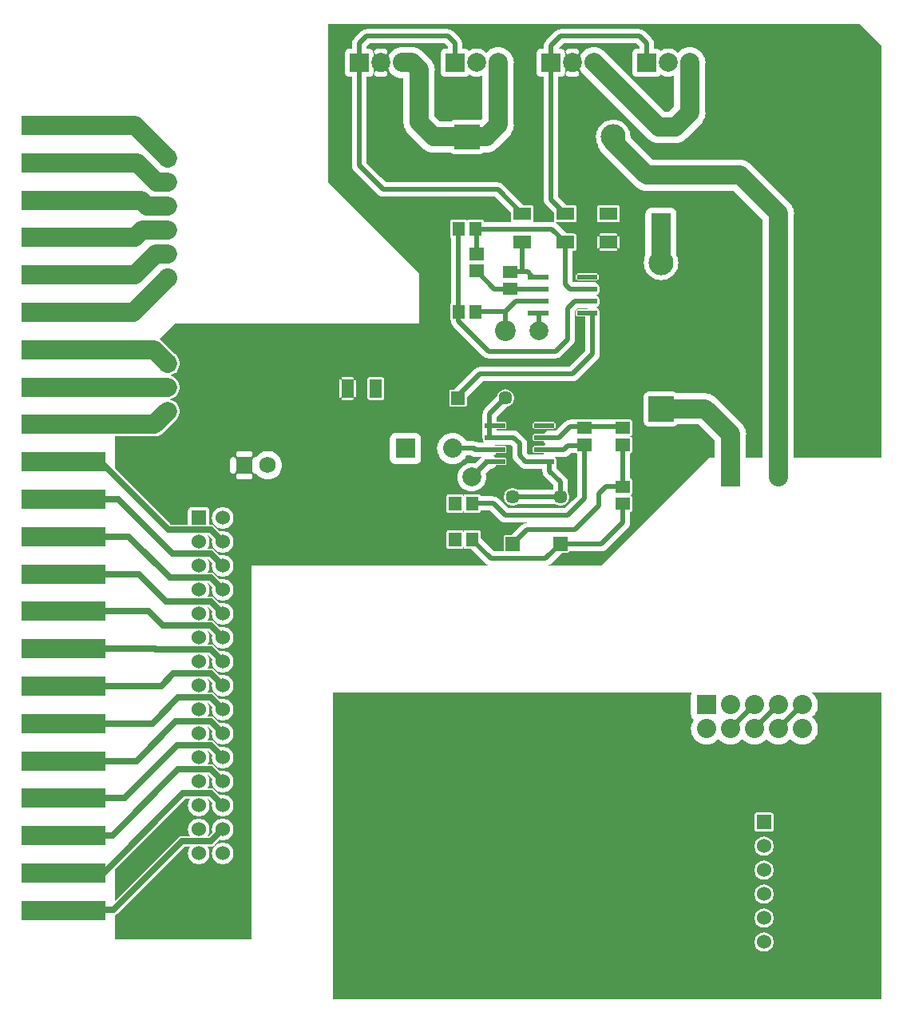
<source format=gtl>
G04 start of page 2 for group 3 layer_idx 0 *
G04 Title: (unknown), top_copper *
G04 Creator: pcb-rnd 2.3.2 *
G04 CreationDate: 2021-07-14 03:04:30 UTC *
G04 For:  *
G04 Format: Gerber/RS-274X *
G04 PCB-Dimensions: 1000000 1000000 *
G04 PCB-Coordinate-Origin: lower left *
%MOIN*%
%FSLAX25Y25*%
%LNTOP_COPPER_NONE_3*%
%ADD28C,0.0276*%
%ADD27C,0.0380*%
%ADD26C,0.0256*%
%ADD25C,0.0315*%
%ADD24C,0.0640*%
%ADD23C,0.0394*%
%ADD22C,0.0420*%
%ADD21C,0.0689*%
%ADD20C,0.0600*%
%ADD19C,0.0571*%
%ADD18C,0.0866*%
%ADD17C,0.1040*%
%ADD16C,0.0787*%
%ADD15C,0.0700*%
%ADD14C,0.0200*%
%ADD13C,0.0800*%
%ADD12C,0.0250*%
%ADD11C,0.0001*%
G54D11*G36*
X328039Y803433D02*X328129Y803509D01*
X328435Y803868D01*
X328436Y803868D01*
X328682Y804271D01*
X328863Y804707D01*
X328973Y805166D01*
X329010Y805637D01*
X329001Y805755D01*
Y817394D01*
X330107Y818500D01*
X334263D01*
X334065Y818269D01*
X333901Y818000D01*
X330020D01*
X330000Y818002D01*
X329922Y817995D01*
X329922Y817995D01*
X329845Y817977D01*
X329772Y817947D01*
X329705Y817906D01*
X329645Y817855D01*
X329594Y817795D01*
X329553Y817728D01*
X329523Y817655D01*
X329505Y817578D01*
X329498Y817500D01*
X329500Y817480D01*
Y815520D01*
X329498Y815500D01*
X329505Y815422D01*
X329505Y815422D01*
X329523Y815345D01*
X329553Y815272D01*
X329594Y815205D01*
X329645Y815145D01*
X329705Y815094D01*
X329772Y815053D01*
X329845Y815023D01*
X329922Y815005D01*
X330000Y814998D01*
X330020Y815000D01*
X333500D01*
Y800743D01*
X328002Y795245D01*
Y803395D01*
X328039Y803433D01*
G37*
G36*
X329603Y758000D02*X329738Y757944D01*
X329891Y757907D01*
X330000Y757899D01*
Y740243D01*
X328002Y738245D01*
Y758000D01*
X329603D01*
G37*
G36*
X354757Y929000D02*X356000Y927757D01*
Y926937D01*
X355126D01*
X355047Y926943D01*
X354734Y926918D01*
X354733Y926918D01*
X354427Y926845D01*
X354136Y926725D01*
X353868Y926560D01*
X353629Y926356D01*
X353424Y926116D01*
X353260Y925848D01*
X353139Y925557D01*
X353066Y925251D01*
X353041Y924937D01*
X353047Y924859D01*
Y917141D01*
X353041Y917063D01*
X353066Y916749D01*
X353066Y916749D01*
X353139Y916443D01*
X353260Y916152D01*
X353424Y915884D01*
X353629Y915644D01*
X353868Y915440D01*
X354136Y915275D01*
X354427Y915155D01*
X354733Y915082D01*
X355047Y915057D01*
X355126Y915063D01*
X362843D01*
X362921Y915057D01*
X363235Y915082D01*
X363235Y915082D01*
X363541Y915155D01*
X363832Y915275D01*
X364100Y915440D01*
X364340Y915644D01*
X364544Y915884D01*
X364665Y916081D01*
X365296Y915694D01*
X366160Y915336D01*
X367068Y915118D01*
X368000Y915045D01*
X368932Y915118D01*
X369840Y915336D01*
X370500Y915609D01*
Y902692D01*
X368308Y900500D01*
X366692D01*
X341884Y925308D01*
X341626Y925610D01*
X340848Y926275D01*
X339976Y926809D01*
X339031Y927201D01*
X338036Y927440D01*
X337016Y927520D01*
X335996Y927440D01*
X335001Y927201D01*
X334250Y926890D01*
Y929000D01*
X354757D01*
G37*
G36*
X370122Y769288D02*X370200Y769282D01*
X370514Y769307D01*
X370514Y769307D01*
X370820Y769380D01*
X371111Y769501D01*
X371379Y769665D01*
X371619Y769870D01*
X371720Y769988D01*
X380819D01*
X387500Y763308D01*
Y756000D01*
X385000D01*
X364989Y735989D01*
Y769288D01*
X370122D01*
G37*
G36*
X374000Y867500D02*X374000Y867500D01*
X395308D01*
X407500Y855308D01*
Y756000D01*
X400500D01*
Y765745D01*
X400520Y766000D01*
X400440Y767020D01*
X400440Y767020D01*
X400201Y768015D01*
X399809Y768960D01*
X399275Y769832D01*
X398610Y770610D01*
X398416Y770776D01*
X388288Y780904D01*
X388122Y781099D01*
X387344Y781763D01*
X386472Y782298D01*
X385527Y782689D01*
X384532Y782928D01*
X384532Y782928D01*
X383512Y783008D01*
X383257Y782988D01*
X371720D01*
X371619Y783107D01*
X371379Y783311D01*
X371111Y783476D01*
X370820Y783596D01*
X370514Y783670D01*
X370200Y783694D01*
X370122Y783688D01*
X364989D01*
Y830290D01*
X365000Y830290D01*
X366130Y830379D01*
X367232Y830643D01*
X368279Y831077D01*
X369245Y831669D01*
X370107Y832405D01*
X370843Y833267D01*
X371435Y834233D01*
X371869Y835280D01*
X372133Y836382D01*
X372200Y837512D01*
X372133Y838642D01*
X371869Y839744D01*
X371500Y840634D01*
Y849902D01*
X371508Y850000D01*
X371500Y850098D01*
Y857902D01*
X371508Y858000D01*
X371477Y858392D01*
X371477Y858392D01*
X371385Y858775D01*
X371234Y859138D01*
X371029Y859474D01*
X370773Y859773D01*
X370474Y860029D01*
X370138Y860234D01*
X369775Y860385D01*
X369392Y860477D01*
X369000Y860508D01*
X368902Y860500D01*
X365255D01*
X365000Y860520D01*
X364989Y860519D01*
Y867500D01*
X374000D01*
G37*
G36*
X448000Y937000D02*X457000Y928000D01*
Y756000D01*
X420500D01*
Y857745D01*
X420520Y858000D01*
X420440Y859020D01*
X420201Y860015D01*
X419809Y860960D01*
X419606Y861292D01*
X419275Y861832D01*
X418610Y862610D01*
X418416Y862776D01*
X402776Y878416D01*
X402610Y878610D01*
X401832Y879275D01*
X400960Y879809D01*
X400015Y880201D01*
X399020Y880440D01*
X399020Y880440D01*
X398000Y880520D01*
X397745Y880500D01*
X374000D01*
X374000Y880500D01*
X364989D01*
Y887481D01*
X365000Y887480D01*
X365255Y887500D01*
X370745D01*
X371000Y887480D01*
X372020Y887560D01*
X372020Y887560D01*
X373015Y887799D01*
X373960Y888191D01*
X374832Y888725D01*
X375610Y889390D01*
X375776Y889584D01*
X381416Y895224D01*
X381610Y895390D01*
X382275Y896168D01*
X382809Y897040D01*
X383201Y897985D01*
X383440Y898980D01*
X383520Y900000D01*
X383500Y900255D01*
Y920545D01*
X383536Y921000D01*
X383456Y922020D01*
X383217Y923015D01*
X382825Y923960D01*
X382291Y924832D01*
X381626Y925610D01*
X380848Y926275D01*
X379976Y926809D01*
X379031Y927201D01*
X378036Y927440D01*
X377016Y927520D01*
X375996Y927440D01*
X375001Y927201D01*
X374056Y926809D01*
X373183Y926275D01*
X373117Y926216D01*
X372390Y925595D01*
X372125Y925285D01*
X371500Y925818D01*
X370704Y926306D01*
X369840Y926664D01*
X368932Y926882D01*
X368000Y926955D01*
X367068Y926882D01*
X366160Y926664D01*
X365296Y926306D01*
X364989Y926118D01*
Y937000D01*
X448000D01*
G37*
G36*
X354224Y869584D02*X354390Y869390D01*
X355168Y868725D01*
X355168Y868725D01*
X356040Y868191D01*
X356985Y867799D01*
X357980Y867560D01*
X359000Y867480D01*
X359255Y867500D01*
X364989D01*
Y860519D01*
X364745Y860500D01*
X361098D01*
X361000Y860508D01*
X360608Y860477D01*
X360608Y860477D01*
X360225Y860385D01*
X359862Y860234D01*
X359526Y860029D01*
X359227Y859773D01*
X358971Y859474D01*
X358766Y859138D01*
X358615Y858775D01*
X358523Y858392D01*
X358492Y858000D01*
X358500Y857902D01*
Y854000D01*
X358500Y854000D01*
Y850098D01*
X358492Y850000D01*
X358500Y849902D01*
Y840634D01*
X358131Y839744D01*
X357867Y838642D01*
X357778Y837512D01*
X357867Y836382D01*
X358131Y835280D01*
X358565Y834233D01*
X359157Y833267D01*
X359893Y832405D01*
X360755Y831669D01*
X361721Y831077D01*
X362768Y830643D01*
X363870Y830379D01*
X364989Y830290D01*
Y783688D01*
X359878D01*
X359800Y783694D01*
X359486Y783670D01*
X359486Y783670D01*
X359180Y783596D01*
X358889Y783476D01*
X358621Y783311D01*
X358381Y783107D01*
X358177Y782867D01*
X358012Y782599D01*
X357892Y782308D01*
X357819Y782002D01*
X357794Y781688D01*
X357800Y781610D01*
Y771367D01*
X357794Y771288D01*
X357819Y770975D01*
X357819Y770974D01*
X357892Y770668D01*
X358012Y770377D01*
X358177Y770109D01*
X358381Y769870D01*
X358621Y769665D01*
X358889Y769501D01*
X359180Y769380D01*
X359486Y769307D01*
X359800Y769282D01*
X359878Y769288D01*
X364989D01*
Y735989D01*
X343000Y714000D01*
Y718757D01*
X351038Y726796D01*
X351128Y726872D01*
X351434Y727231D01*
X351435Y727231D01*
X351681Y727634D01*
X351862Y728070D01*
X351972Y728529D01*
X352009Y729000D01*
X352000Y729118D01*
Y733356D01*
X352109Y733364D01*
X352262Y733401D01*
X352407Y733461D01*
X352542Y733543D01*
X352661Y733646D01*
X352764Y733765D01*
X352846Y733900D01*
X352906Y734045D01*
X352943Y734198D01*
X352955Y734355D01*
X352952Y734394D01*
Y739434D01*
X352955Y739473D01*
X352943Y739630D01*
X352943Y739630D01*
X352906Y739783D01*
X352846Y739928D01*
X352764Y740063D01*
X352661Y740182D01*
X352542Y740285D01*
X352407Y740367D01*
X352262Y740427D01*
X352137Y740457D01*
X352262Y740487D01*
X352407Y740547D01*
X352542Y740629D01*
X352661Y740732D01*
X352764Y740851D01*
X352846Y740986D01*
X352906Y741131D01*
X352943Y741284D01*
X352955Y741441D01*
X352952Y741480D01*
Y746520D01*
X352955Y746559D01*
X352943Y746716D01*
X352943Y746716D01*
X352906Y746869D01*
X352846Y747014D01*
X352764Y747149D01*
X352661Y747268D01*
X352542Y747371D01*
X352407Y747453D01*
X352262Y747513D01*
X352109Y747550D01*
X352000Y747558D01*
Y757899D01*
X352109Y757907D01*
X352262Y757944D01*
X352407Y758004D01*
X352542Y758086D01*
X352661Y758189D01*
X352764Y758308D01*
X352846Y758443D01*
X352906Y758588D01*
X352943Y758741D01*
X352955Y758898D01*
X352952Y758937D01*
Y763977D01*
X352955Y764016D01*
X352943Y764173D01*
X352943Y764173D01*
X352906Y764326D01*
X352846Y764471D01*
X352764Y764606D01*
X352661Y764725D01*
X352542Y764828D01*
X352407Y764910D01*
X352262Y764970D01*
X352137Y765000D01*
X352262Y765030D01*
X352407Y765090D01*
X352542Y765172D01*
X352661Y765275D01*
X352764Y765394D01*
X352846Y765529D01*
X352906Y765674D01*
X352943Y765827D01*
X352955Y765984D01*
X352952Y766023D01*
Y771063D01*
X352955Y771102D01*
X352943Y771259D01*
X352943Y771259D01*
X352906Y771412D01*
X352846Y771557D01*
X352764Y771692D01*
X352661Y771811D01*
X352542Y771914D01*
X352407Y771996D01*
X352262Y772056D01*
X352109Y772093D01*
X351952Y772105D01*
X351913Y772102D01*
X346087D01*
X346048Y772105D01*
X345891Y772093D01*
X345738Y772056D01*
X345603Y772000D01*
X343000D01*
Y842536D01*
X346240D01*
X346318Y842541D01*
X346395Y842559D01*
X346468Y842589D01*
X346535Y842630D01*
X346595Y842681D01*
X346646Y842741D01*
X346687Y842808D01*
X346717Y842881D01*
X346735Y842958D01*
X346742Y843036D01*
X346735Y843114D01*
X346717Y843191D01*
X346687Y843264D01*
X346646Y843331D01*
X346595Y843391D01*
X346535Y843442D01*
X346468Y843483D01*
X346395Y843513D01*
X346318Y843531D01*
X346240Y843536D01*
X346740D01*
Y844036D01*
X346745Y843958D01*
X346763Y843881D01*
X346793Y843808D01*
X346834Y843741D01*
X346885Y843681D01*
X346945Y843630D01*
X347012Y843589D01*
X347085Y843559D01*
X347162Y843541D01*
X347240Y843534D01*
X347318Y843541D01*
X347395Y843559D01*
X347468Y843589D01*
X347535Y843630D01*
X347595Y843681D01*
X347646Y843741D01*
X347687Y843808D01*
X347717Y843881D01*
X347735Y843958D01*
X347740Y844036D01*
Y848154D01*
X347735Y848232D01*
X347717Y848309D01*
X347687Y848382D01*
X347646Y848449D01*
X347595Y848509D01*
X347535Y848560D01*
X347468Y848601D01*
X347395Y848631D01*
X347318Y848649D01*
X347240Y848656D01*
X347162Y848649D01*
X347085Y848631D01*
X347012Y848601D01*
X346945Y848560D01*
X346885Y848509D01*
X346834Y848449D01*
X346793Y848382D01*
X346763Y848309D01*
X346745Y848232D01*
X346740Y848154D01*
Y848654D01*
X346240D01*
X346318Y848659D01*
X346395Y848677D01*
X346468Y848707D01*
X346535Y848748D01*
X346595Y848799D01*
X346646Y848859D01*
X346687Y848926D01*
X346717Y848999D01*
X346735Y849076D01*
X346742Y849154D01*
X346735Y849232D01*
X346717Y849309D01*
X346687Y849382D01*
X346646Y849449D01*
X346595Y849509D01*
X346535Y849560D01*
X346468Y849601D01*
X346395Y849631D01*
X346318Y849649D01*
X346240Y849654D01*
X343000D01*
Y854346D01*
X346701D01*
X346740Y854343D01*
X346897Y854355D01*
X346897Y854355D01*
X347050Y854392D01*
X347195Y854452D01*
X347330Y854534D01*
X347449Y854637D01*
X347552Y854756D01*
X347634Y854891D01*
X347694Y855036D01*
X347731Y855189D01*
X347743Y855346D01*
X347740Y855385D01*
Y860425D01*
X347743Y860464D01*
X347731Y860621D01*
X347731Y860621D01*
X347694Y860774D01*
X347634Y860919D01*
X347552Y861054D01*
X347449Y861173D01*
X347330Y861276D01*
X347195Y861358D01*
X347050Y861418D01*
X346897Y861455D01*
X346740Y861467D01*
X346701Y861464D01*
X343000D01*
Y880808D01*
X354224Y869584D01*
G37*
G36*
X361692Y880500D02*X352222Y889971D01*
X352224Y890000D01*
X352157Y891130D01*
X351892Y892232D01*
X351459Y893279D01*
X350867Y894245D01*
X350130Y895107D01*
X349269Y895843D01*
X348302Y896435D01*
X347255Y896869D01*
X346153Y897133D01*
X345024Y897222D01*
X343894Y897133D01*
X343000Y896919D01*
Y905808D01*
X359224Y889584D01*
X359390Y889390D01*
X360167Y888725D01*
X360168Y888725D01*
X361040Y888191D01*
X361985Y887799D01*
X362980Y887560D01*
X364000Y887480D01*
X364255Y887500D01*
X364745D01*
X364989Y887481D01*
Y880500D01*
X361692D01*
G37*
G36*
X340000Y711000D02*X334250D01*
Y717157D01*
X340040D01*
X340157Y717148D01*
X340628Y717185D01*
X340628Y717185D01*
X341087Y717296D01*
X341524Y717476D01*
X341926Y717723D01*
X342285Y718030D01*
X342362Y718119D01*
X343000Y718757D01*
Y714000D01*
X340000Y711000D01*
G37*
G36*
X342792Y896869D02*X341745Y896435D01*
X340779Y895843D01*
X339917Y895107D01*
X339181Y894245D01*
X338589Y893279D01*
X338155Y892232D01*
X337890Y891130D01*
X337801Y890000D01*
X337890Y888870D01*
X338155Y887768D01*
X338589Y886721D01*
X338674Y886582D01*
X338823Y885962D01*
X339214Y885016D01*
X339749Y884144D01*
X340413Y883366D01*
X340608Y883200D01*
X343000Y880808D01*
Y861464D01*
X339299D01*
X339260Y861467D01*
X339103Y861455D01*
X339103Y861455D01*
X338950Y861418D01*
X338805Y861358D01*
X338670Y861276D01*
X338551Y861173D01*
X338448Y861054D01*
X338366Y860919D01*
X338306Y860774D01*
X338269Y860621D01*
X338257Y860464D01*
X338260Y860425D01*
Y855385D01*
X338257Y855346D01*
X338269Y855189D01*
X338269Y855189D01*
X338306Y855036D01*
X338366Y854891D01*
X338448Y854756D01*
X338551Y854637D01*
X338670Y854534D01*
X338805Y854452D01*
X338950Y854392D01*
X339103Y854355D01*
X339260Y854343D01*
X339299Y854346D01*
X343000D01*
Y849654D01*
X339760D01*
X339682Y849649D01*
X339605Y849631D01*
X339532Y849601D01*
X339465Y849560D01*
X339405Y849509D01*
X339354Y849449D01*
X339313Y849382D01*
X339283Y849309D01*
X339265Y849232D01*
X339258Y849154D01*
X339265Y849076D01*
X339283Y848999D01*
X339313Y848926D01*
X339354Y848859D01*
X339405Y848799D01*
X339465Y848748D01*
X339532Y848707D01*
X339605Y848677D01*
X339682Y848659D01*
X339760Y848654D01*
X339260D01*
Y848154D01*
X339255Y848232D01*
X339237Y848309D01*
X339207Y848382D01*
X339166Y848449D01*
X339115Y848509D01*
X339055Y848560D01*
X338988Y848601D01*
X338915Y848631D01*
X338838Y848649D01*
X338760Y848656D01*
X338682Y848649D01*
X338605Y848631D01*
X338532Y848601D01*
X338465Y848560D01*
X338405Y848509D01*
X338354Y848449D01*
X338313Y848382D01*
X338283Y848309D01*
X338265Y848232D01*
X338260Y848154D01*
Y844036D01*
X338265Y843958D01*
X338283Y843881D01*
X338313Y843808D01*
X338354Y843741D01*
X338405Y843681D01*
X338465Y843630D01*
X338532Y843589D01*
X338605Y843559D01*
X338682Y843541D01*
X338760Y843534D01*
X338838Y843541D01*
X338915Y843559D01*
X338988Y843589D01*
X339055Y843630D01*
X339115Y843681D01*
X339166Y843741D01*
X339207Y843808D01*
X339237Y843881D01*
X339255Y843958D01*
X339260Y844036D01*
Y843536D01*
X339760D01*
X339682Y843531D01*
X339605Y843513D01*
X339532Y843483D01*
X339465Y843442D01*
X339405Y843391D01*
X339354Y843331D01*
X339313Y843264D01*
X339283Y843191D01*
X339265Y843114D01*
X339258Y843036D01*
X339265Y842958D01*
X339283Y842881D01*
X339313Y842808D01*
X339354Y842741D01*
X339405Y842681D01*
X339465Y842630D01*
X339532Y842589D01*
X339605Y842559D01*
X339682Y842541D01*
X339760Y842536D01*
X343000D01*
Y772000D01*
X336397D01*
X336262Y772056D01*
X336109Y772093D01*
X335952Y772105D01*
X335913Y772102D01*
X334250D01*
Y793007D01*
X338538Y797296D01*
X338628Y797372D01*
X338934Y797731D01*
X338935Y797731D01*
X339181Y798134D01*
X339362Y798570D01*
X339472Y799029D01*
X339509Y799500D01*
X339500Y799618D01*
Y816500D01*
X339472Y816971D01*
X339362Y817430D01*
X339181Y817866D01*
X338935Y818269D01*
X338628Y818628D01*
X338269Y818935D01*
X338162Y819000D01*
X338269Y819065D01*
X338628Y819372D01*
X338935Y819731D01*
X339181Y820134D01*
X339362Y820570D01*
X339472Y821029D01*
X339509Y821500D01*
X339472Y821971D01*
X339362Y822430D01*
X339181Y822866D01*
X338935Y823269D01*
X338628Y823628D01*
X338269Y823935D01*
X338162Y824000D01*
X338269Y824065D01*
X338628Y824372D01*
X338935Y824731D01*
X339181Y825134D01*
X339362Y825570D01*
X339472Y826029D01*
X339509Y826500D01*
X339472Y826971D01*
X339362Y827430D01*
X339181Y827866D01*
X338935Y828269D01*
X338628Y828628D01*
X338269Y828935D01*
X337866Y829181D01*
X337430Y829362D01*
X336971Y829472D01*
X336500Y829500D01*
X334250D01*
Y830000D01*
X338250D01*
X338289Y830002D01*
X338327Y830012D01*
X338364Y830027D01*
X338397Y830047D01*
X338427Y830073D01*
X338453Y830103D01*
X338473Y830136D01*
X338489Y830173D01*
X338498Y830211D01*
X338501Y830250D01*
X338498Y830289D01*
X338489Y830327D01*
X338473Y830364D01*
X338453Y830397D01*
X338427Y830427D01*
X338397Y830453D01*
X338364Y830473D01*
X338327Y830489D01*
X338289Y830498D01*
X338250Y830500D01*
X338500D01*
Y830750D01*
X338502Y830711D01*
X338511Y830673D01*
X338527Y830636D01*
X338547Y830603D01*
X338573Y830573D01*
X338603Y830547D01*
X338636Y830527D01*
X338673Y830511D01*
X338711Y830502D01*
X338750Y830499D01*
X338789Y830502D01*
X338827Y830511D01*
X338864Y830527D01*
X338897Y830547D01*
X338927Y830573D01*
X338953Y830603D01*
X338973Y830636D01*
X338988Y830673D01*
X338998Y830711D01*
X339000Y830750D01*
Y832250D01*
X338998Y832289D01*
X338988Y832328D01*
X338973Y832364D01*
X338953Y832397D01*
X338927Y832427D01*
X338897Y832453D01*
X338864Y832473D01*
X338827Y832489D01*
X338789Y832498D01*
X338750Y832501D01*
X338711Y832498D01*
X338672Y832489D01*
X338636Y832473D01*
X338603Y832453D01*
X338573Y832427D01*
X338547Y832397D01*
X338527Y832364D01*
X338511Y832328D01*
X338502Y832289D01*
X338500Y832250D01*
Y832500D01*
X338250D01*
X338289Y832502D01*
X338327Y832512D01*
X338364Y832527D01*
X338397Y832547D01*
X338427Y832573D01*
X338453Y832603D01*
X338473Y832636D01*
X338488Y832673D01*
X338498Y832711D01*
X338501Y832750D01*
X338498Y832789D01*
X338488Y832827D01*
X338473Y832864D01*
X338453Y832897D01*
X338427Y832927D01*
X338397Y832953D01*
X338364Y832973D01*
X338327Y832988D01*
X338289Y832998D01*
X338250Y833000D01*
X334250D01*
Y914558D01*
X343000Y905808D01*
Y896919D01*
X342792Y896869D01*
G37*
G36*
X364989Y937000D02*Y926118D01*
X364665Y925919D01*
X364544Y926116D01*
X364340Y926356D01*
X364100Y926560D01*
X363832Y926725D01*
X363541Y926845D01*
X363235Y926918D01*
X362921Y926943D01*
X362843Y926937D01*
X362000D01*
Y928882D01*
X362009Y929000D01*
X361972Y929471D01*
X361862Y929930D01*
X361681Y930366D01*
X361435Y930769D01*
X361128Y931128D01*
X361038Y931204D01*
X358204Y934038D01*
X358128Y934128D01*
X357769Y934435D01*
X357366Y934681D01*
X356930Y934862D01*
X356471Y934972D01*
X356471Y934972D01*
X356000Y935009D01*
X355882Y935000D01*
X334250D01*
Y937000D01*
X364989D01*
G37*
G36*
X328381Y829500D02*X328002Y829879D01*
Y842536D01*
X328701D01*
X328740Y842533D01*
X328897Y842545D01*
X328897Y842545D01*
X329050Y842582D01*
X329195Y842642D01*
X329330Y842724D01*
X329449Y842827D01*
X329552Y842946D01*
X329634Y843081D01*
X329694Y843226D01*
X329731Y843379D01*
X329743Y843536D01*
X329740Y843575D01*
Y848615D01*
X329743Y848654D01*
X329731Y848811D01*
X329731Y848811D01*
X329694Y848964D01*
X329634Y849109D01*
X329552Y849244D01*
X329449Y849363D01*
X329330Y849466D01*
X329195Y849548D01*
X329050Y849608D01*
X328897Y849645D01*
X328740Y849657D01*
X328701Y849654D01*
X328002D01*
Y854346D01*
X328701D01*
X328740Y854343D01*
X328897Y854355D01*
X328897Y854355D01*
X329050Y854392D01*
X329195Y854452D01*
X329330Y854534D01*
X329449Y854637D01*
X329552Y854756D01*
X329634Y854891D01*
X329694Y855036D01*
X329731Y855189D01*
X329743Y855346D01*
X329740Y855385D01*
Y860425D01*
X329743Y860464D01*
X329731Y860621D01*
X329731Y860621D01*
X329694Y860774D01*
X329634Y860919D01*
X329552Y861054D01*
X329449Y861173D01*
X329330Y861276D01*
X329195Y861358D01*
X329050Y861418D01*
X328897Y861455D01*
X328740Y861467D01*
X328701Y861464D01*
X328002D01*
Y915056D01*
X328564Y915083D01*
X329123Y915163D01*
X329672Y915296D01*
X330206Y915481D01*
X330348Y915550D01*
X330477Y915642D01*
X330591Y915752D01*
X330685Y915879D01*
X330759Y916019D01*
X330809Y916168D01*
X330836Y916324D01*
X330838Y916482D01*
X330815Y916639D01*
X330768Y916790D01*
X330698Y916931D01*
X330607Y917061D01*
X330496Y917174D01*
X330370Y917268D01*
X330230Y917342D01*
X330080Y917392D01*
X329924Y917419D01*
X329766Y917421D01*
X329610Y917398D01*
X329460Y917348D01*
X329108Y917222D01*
X328744Y917134D01*
X328374Y917081D01*
X328002Y917063D01*
Y924937D01*
X328374Y924919D01*
X328744Y924866D01*
X329108Y924778D01*
X329461Y924656D01*
X329611Y924606D01*
X329766Y924583D01*
X329924Y924585D01*
X330079Y924612D01*
X330228Y924662D01*
X330367Y924736D01*
X330493Y924830D01*
X330603Y924942D01*
X330694Y925071D01*
X330764Y925212D01*
X330811Y925362D01*
X330833Y925518D01*
X330832Y925675D01*
X330805Y925831D01*
X330754Y925980D01*
X330681Y926119D01*
X330587Y926245D01*
X330475Y926355D01*
X330346Y926446D01*
X330204Y926513D01*
X329672Y926704D01*
X329123Y926837D01*
X328564Y926917D01*
X328002Y926944D01*
Y929000D01*
X334250D01*
Y926890D01*
X334056Y926809D01*
X333183Y926275D01*
X332405Y925610D01*
X331741Y924832D01*
X331206Y923960D01*
X330815Y923015D01*
X330576Y922020D01*
X330572Y921957D01*
X330496Y920984D01*
X330576Y919964D01*
Y919964D01*
X330633Y919725D01*
X330815Y918969D01*
X331206Y918024D01*
X331741Y917152D01*
X332405Y916374D01*
X332600Y916208D01*
X334250Y914558D01*
Y833000D01*
X330250D01*
X330211Y832998D01*
X330173Y832988D01*
X330136Y832973D01*
X330103Y832953D01*
X330073Y832927D01*
X330047Y832897D01*
X330027Y832864D01*
X330011Y832827D01*
X330002Y832789D01*
X329999Y832750D01*
X330002Y832711D01*
X330011Y832673D01*
X330027Y832636D01*
X330047Y832603D01*
X330073Y832573D01*
X330103Y832547D01*
X330136Y832527D01*
X330173Y832511D01*
X330211Y832502D01*
X330250Y832500D01*
X330000D01*
Y832250D01*
X329998Y832289D01*
X329989Y832327D01*
X329973Y832364D01*
X329953Y832397D01*
X329927Y832427D01*
X329897Y832453D01*
X329864Y832473D01*
X329827Y832489D01*
X329789Y832498D01*
X329750Y832501D01*
X329711Y832498D01*
X329673Y832489D01*
X329636Y832473D01*
X329603Y832453D01*
X329573Y832427D01*
X329547Y832397D01*
X329527Y832364D01*
X329512Y832327D01*
X329502Y832289D01*
X329500Y832250D01*
Y830750D01*
X329502Y830711D01*
X329512Y830672D01*
X329527Y830636D01*
X329547Y830603D01*
X329573Y830573D01*
X329603Y830547D01*
X329636Y830527D01*
X329673Y830511D01*
X329711Y830502D01*
X329750Y830499D01*
X329789Y830502D01*
X329828Y830511D01*
X329864Y830527D01*
X329897Y830547D01*
X329927Y830573D01*
X329953Y830603D01*
X329973Y830636D01*
X329989Y830672D01*
X329998Y830711D01*
X330000Y830750D01*
Y830500D01*
X330250D01*
X330211Y830498D01*
X330173Y830488D01*
X330136Y830473D01*
X330103Y830453D01*
X330073Y830427D01*
X330047Y830397D01*
X330027Y830364D01*
X330012Y830327D01*
X330002Y830289D01*
X329999Y830250D01*
X330002Y830211D01*
X330012Y830173D01*
X330027Y830136D01*
X330047Y830103D01*
X330073Y830073D01*
X330103Y830047D01*
X330136Y830027D01*
X330173Y830012D01*
X330211Y830002D01*
X330250Y830000D01*
X334250D01*
Y829500D01*
X328381D01*
G37*
G36*
X330087Y772102D02*X330048Y772105D01*
X329891Y772093D01*
X329738Y772056D01*
X329603Y772000D01*
X328002D01*
Y787991D01*
X328470Y788028D01*
X328471Y788028D01*
X328930Y788138D01*
X329366Y788319D01*
X329769Y788565D01*
X330128Y788872D01*
X330204Y788962D01*
X334250Y793007D01*
Y772102D01*
X330087D01*
G37*
G36*
X328002Y711000D02*Y717157D01*
X334250D01*
Y711000D01*
X328002D01*
G37*
G36*
X334250Y937000D02*Y935000D01*
X328002D01*
Y937000D01*
X334250D01*
G37*
G36*
X328001Y829880D02*Y842536D01*
X328002D01*
Y829879D01*
X328001Y829880D01*
G37*
G36*
X326389Y917394D02*X326234Y917417D01*
X326076Y917415D01*
X325921Y917388D01*
X325772Y917338D01*
X325633Y917264D01*
X325507Y917170D01*
X325397Y917058D01*
X325306Y916929D01*
X325236Y916788D01*
X325189Y916638D01*
X325167Y916482D01*
X325168Y916325D01*
X325195Y916169D01*
X325246Y916020D01*
X325319Y915881D01*
X325413Y915755D01*
X325525Y915645D01*
X325654Y915554D01*
X325796Y915487D01*
X326328Y915296D01*
X326877Y915163D01*
X327436Y915083D01*
X328000Y915056D01*
X328002Y915056D01*
Y861464D01*
X325684D01*
X321984Y865163D01*
Y915063D01*
X322843D01*
X322921Y915057D01*
X323235Y915082D01*
X323235Y915082D01*
X323541Y915155D01*
X323832Y915275D01*
X324100Y915440D01*
X324340Y915644D01*
X324544Y915884D01*
X324709Y916152D01*
X324829Y916443D01*
X324903Y916749D01*
X324927Y917063D01*
X324921Y917141D01*
Y924859D01*
X324927Y924937D01*
X324903Y925251D01*
X324903Y925251D01*
X324829Y925557D01*
X324709Y925848D01*
X324544Y926116D01*
X324340Y926356D01*
X324100Y926560D01*
X323832Y926725D01*
X323541Y926845D01*
X323235Y926918D01*
X322921Y926943D01*
X322843Y926937D01*
X322180D01*
X324243Y929000D01*
X328002D01*
Y926944D01*
X328000Y926944D01*
X327436Y926917D01*
X326877Y926837D01*
X326328Y926704D01*
X325794Y926519D01*
X325652Y926450D01*
X325523Y926358D01*
X325409Y926248D01*
X325315Y926121D01*
X325241Y925981D01*
X325191Y925832D01*
X325164Y925676D01*
X325162Y925518D01*
X325185Y925361D01*
X325232Y925210D01*
X325302Y925069D01*
X325393Y924939D01*
X325504Y924826D01*
X325630Y924732D01*
X325770Y924658D01*
X325920Y924608D01*
X326076Y924581D01*
X326234Y924579D01*
X326390Y924602D01*
X326540Y924652D01*
X326892Y924778D01*
X327256Y924866D01*
X327626Y924919D01*
X328000Y924937D01*
X328002Y924937D01*
Y917063D01*
X328000Y917063D01*
X327626Y917081D01*
X327256Y917134D01*
X326892Y917222D01*
X326539Y917344D01*
X326389Y917394D01*
G37*
G36*
X316960Y711000D02*X317313Y711028D01*
X317313Y711028D01*
X317772Y711138D01*
X318209Y711319D01*
X318611Y711565D01*
X318970Y711872D01*
X319047Y711962D01*
X323601Y716516D01*
X325823D01*
X325854Y716513D01*
X325978Y716523D01*
X325978Y716523D01*
X326098Y716552D01*
X326213Y716599D01*
X326319Y716664D01*
X326413Y716745D01*
X326493Y716839D01*
X326558Y716945D01*
X326606Y717059D01*
X326629Y717157D01*
X328002D01*
Y711000D01*
X316960D01*
G37*
G36*
X320926Y736843D02*X321342Y736588D01*
X321871Y736368D01*
X322429Y736235D01*
X323000Y736190D01*
X323571Y736235D01*
X324129Y736368D01*
X324658Y736588D01*
X325147Y736887D01*
X325583Y737259D01*
X325955Y737695D01*
X326255Y738184D01*
X326474Y738714D01*
X326608Y739271D01*
X326642Y739843D01*
X326608Y740414D01*
X326474Y740971D01*
X326255Y741501D01*
X326000Y741917D01*
Y745882D01*
X326009Y746000D01*
X325972Y746471D01*
X325862Y746930D01*
X325681Y747366D01*
X325435Y747769D01*
X325128Y748128D01*
X325038Y748204D01*
X321500Y751743D01*
Y754382D01*
X321509Y754500D01*
X321472Y754971D01*
X321362Y755430D01*
X321181Y755866D01*
X320935Y756269D01*
X320737Y756500D01*
X324382D01*
X324500Y756491D01*
X324970Y756528D01*
X324971Y756528D01*
X325430Y756638D01*
X325866Y756819D01*
X326269Y757065D01*
X326628Y757372D01*
X326705Y757462D01*
X327243Y758000D01*
X328002D01*
Y738245D01*
X324757Y735000D01*
X316250D01*
Y736843D01*
X320926D01*
G37*
G36*
X316372Y748372D02*X316462Y748296D01*
X320000Y744757D01*
Y742843D01*
X316250D01*
Y748515D01*
X316372Y748372D01*
G37*
G36*
X316263Y757500D02*X316250D01*
Y757515D01*
X316263Y757500D01*
G37*
G36*
X316372Y762372D02*X316731Y762065D01*
X316838Y762000D01*
X316731Y761935D01*
X316372Y761628D01*
X316250Y761485D01*
Y762515D01*
X316372Y762372D01*
G37*
G36*
X327882Y788000D02*X328000Y787991D01*
X328002Y787991D01*
Y772000D01*
X327118D01*
X327000Y772009D01*
X326529Y771972D01*
X326070Y771862D01*
X325634Y771681D01*
X325231Y771435D01*
X325231Y771434D01*
X324872Y771128D01*
X324796Y771038D01*
X321257Y767500D01*
X318500D01*
X318029Y767472D01*
X317570Y767362D01*
X317134Y767181D01*
X316731Y766935D01*
X316372Y766628D01*
X316250Y766485D01*
Y768000D01*
X320250D01*
X320289Y768002D01*
X320327Y768012D01*
X320364Y768027D01*
X320397Y768047D01*
X320427Y768073D01*
X320453Y768103D01*
X320473Y768136D01*
X320489Y768173D01*
X320498Y768211D01*
X320501Y768250D01*
X320498Y768289D01*
X320489Y768327D01*
X320473Y768364D01*
X320453Y768397D01*
X320427Y768427D01*
X320397Y768453D01*
X320364Y768473D01*
X320327Y768489D01*
X320289Y768498D01*
X320250Y768500D01*
X320500D01*
Y768750D01*
X320502Y768711D01*
X320511Y768673D01*
X320527Y768636D01*
X320547Y768603D01*
X320573Y768573D01*
X320603Y768547D01*
X320636Y768527D01*
X320673Y768511D01*
X320711Y768502D01*
X320750Y768499D01*
X320789Y768502D01*
X320827Y768511D01*
X320864Y768527D01*
X320897Y768547D01*
X320927Y768573D01*
X320953Y768603D01*
X320973Y768636D01*
X320988Y768673D01*
X320998Y768711D01*
X321000Y768750D01*
Y770250D01*
X320998Y770289D01*
X320988Y770328D01*
X320973Y770364D01*
X320953Y770397D01*
X320927Y770427D01*
X320897Y770453D01*
X320864Y770473D01*
X320827Y770489D01*
X320789Y770498D01*
X320750Y770501D01*
X320711Y770498D01*
X320672Y770489D01*
X320636Y770473D01*
X320603Y770453D01*
X320573Y770427D01*
X320547Y770397D01*
X320527Y770364D01*
X320511Y770328D01*
X320502Y770289D01*
X320500Y770250D01*
Y770500D01*
X320250D01*
X320289Y770502D01*
X320327Y770512D01*
X320364Y770527D01*
X320397Y770547D01*
X320427Y770573D01*
X320453Y770603D01*
X320473Y770636D01*
X320488Y770673D01*
X320498Y770711D01*
X320501Y770750D01*
X320498Y770789D01*
X320488Y770827D01*
X320473Y770864D01*
X320453Y770897D01*
X320427Y770927D01*
X320397Y770953D01*
X320364Y770973D01*
X320327Y770988D01*
X320289Y770998D01*
X320250Y771000D01*
X316250D01*
Y788000D01*
X327882D01*
G37*
G36*
X320884Y797637D02*X321001Y797628D01*
X321472Y797665D01*
X321472Y797665D01*
X321931Y797775D01*
X322367Y797956D01*
X322770Y798202D01*
X323129Y798509D01*
X323206Y798599D01*
X328002Y803395D01*
Y795245D01*
X326757Y794000D01*
X316250D01*
Y797637D01*
X320884D01*
G37*
G36*
X316303Y862555D02*X316550Y862152D01*
X316550Y862152D01*
X316856Y861793D01*
X316946Y861716D01*
X320260Y858402D01*
Y855385D01*
X320257Y855346D01*
X320269Y855189D01*
X320269Y855189D01*
X320306Y855036D01*
X320366Y854891D01*
X320448Y854756D01*
X320551Y854637D01*
X320670Y854534D01*
X320805Y854452D01*
X320950Y854392D01*
X321103Y854355D01*
X321260Y854343D01*
X321299Y854346D01*
X328002D01*
Y849654D01*
X325684D01*
X321662Y853675D01*
X321586Y853765D01*
X321227Y854072D01*
X320824Y854318D01*
X320388Y854499D01*
X319929Y854609D01*
X319458Y854646D01*
X319340Y854637D01*
X316250D01*
Y862682D01*
X316303Y862555D01*
G37*
G36*
X328002Y937000D02*Y935000D01*
X323118D01*
X323000Y935009D01*
X322529Y934972D01*
X322070Y934862D01*
X321634Y934681D01*
X321231Y934435D01*
X321231Y934434D01*
X320872Y934128D01*
X320796Y934038D01*
X316962Y930204D01*
X316872Y930128D01*
X316565Y929769D01*
X316319Y929366D01*
X316250Y929200D01*
Y937000D01*
X328002D01*
G37*
G36*
X274757Y929000D02*X275984Y927773D01*
Y926937D01*
X275126D01*
X275047Y926943D01*
X274734Y926918D01*
X274733Y926918D01*
X274427Y926845D01*
X274136Y926725D01*
X273868Y926560D01*
X273629Y926356D01*
X273424Y926116D01*
X273260Y925848D01*
X273139Y925557D01*
X273066Y925251D01*
X273041Y924937D01*
X273047Y924859D01*
Y917141D01*
X273041Y917063D01*
X273066Y916749D01*
X273066Y916749D01*
X273139Y916443D01*
X273260Y916152D01*
X273424Y915884D01*
X273629Y915644D01*
X273868Y915440D01*
X274136Y915275D01*
X274427Y915155D01*
X274733Y915082D01*
X275047Y915057D01*
X275126Y915063D01*
X282843D01*
X282921Y915057D01*
X283235Y915082D01*
X283235Y915082D01*
X283541Y915155D01*
X283832Y915275D01*
X284100Y915440D01*
X284340Y915644D01*
X284544Y915884D01*
X284665Y916081D01*
X285296Y915694D01*
X286160Y915336D01*
X287068Y915118D01*
X288000Y915045D01*
X288932Y915118D01*
X289840Y915336D01*
X290500Y915609D01*
Y897692D01*
X289888Y897080D01*
X289820Y897108D01*
X289514Y897181D01*
X289200Y897206D01*
X289122Y897200D01*
X278878D01*
X278800Y897206D01*
X278486Y897181D01*
X278486Y897181D01*
X278180Y897108D01*
X277889Y896988D01*
X277621Y896823D01*
X277381Y896619D01*
X277280Y896500D01*
X272692D01*
X270500Y898692D01*
Y917745D01*
X270520Y918000D01*
X270440Y919020D01*
X270440Y919020D01*
X270201Y920015D01*
X269809Y920960D01*
X269275Y921832D01*
X268610Y922610D01*
X268416Y922776D01*
X265776Y925416D01*
X265610Y925610D01*
X264832Y926275D01*
X263960Y926809D01*
X263015Y927201D01*
X262020Y927440D01*
X262020Y927440D01*
X261000Y927520D01*
X260745Y927500D01*
X258300D01*
Y929000D01*
X274757D01*
G37*
G36*
X316250Y937000D02*Y929200D01*
X316138Y928930D01*
X316028Y928471D01*
X316028Y928470D01*
X315991Y928000D01*
X316000Y927883D01*
Y926937D01*
X315126D01*
X315047Y926943D01*
X314734Y926918D01*
X314733Y926918D01*
X314427Y926845D01*
X314136Y926725D01*
X313868Y926560D01*
X313629Y926356D01*
X313424Y926116D01*
X313260Y925848D01*
X313139Y925557D01*
X313066Y925251D01*
X313041Y924937D01*
X313047Y924859D01*
Y917141D01*
X313041Y917063D01*
X313066Y916749D01*
X313066Y916749D01*
X313139Y916443D01*
X313260Y916152D01*
X313424Y915884D01*
X313629Y915644D01*
X313868Y915440D01*
X314136Y915275D01*
X314427Y915155D01*
X314733Y915082D01*
X315047Y915057D01*
X315126Y915063D01*
X315984D01*
Y864038D01*
X315975Y863921D01*
X316012Y863450D01*
Y863450D01*
X316033Y863361D01*
X316122Y862991D01*
X316250Y862682D01*
Y854637D01*
X311450D01*
X311552Y854756D01*
X311634Y854891D01*
X311694Y855036D01*
X311731Y855189D01*
X311743Y855346D01*
X311740Y855385D01*
Y860425D01*
X311743Y860464D01*
X311731Y860621D01*
X311731Y860621D01*
X311694Y860774D01*
X311634Y860919D01*
X311552Y861054D01*
X311449Y861173D01*
X311330Y861276D01*
X311195Y861358D01*
X311050Y861418D01*
X310897Y861455D01*
X310740Y861467D01*
X310701Y861464D01*
X307684D01*
X299109Y870038D01*
X299033Y870128D01*
X298674Y870435D01*
X298271Y870681D01*
X297835Y870862D01*
X297376Y870972D01*
X297376Y870972D01*
X296905Y871009D01*
X296787Y871000D01*
X258300D01*
Y892861D01*
X258725Y892168D01*
X259390Y891390D01*
X259584Y891224D01*
X265224Y885584D01*
X265390Y885390D01*
X266168Y884725D01*
X267040Y884191D01*
X267985Y883799D01*
X268741Y883618D01*
X268980Y883560D01*
X268980D01*
X270000Y883480D01*
X270255Y883500D01*
X277280D01*
X277381Y883381D01*
X277621Y883177D01*
X277889Y883012D01*
X278180Y882892D01*
X278486Y882819D01*
X278800Y882794D01*
X278878Y882800D01*
X289122D01*
X289200Y882794D01*
X289514Y882819D01*
X289514Y882819D01*
X289820Y882892D01*
X290111Y883012D01*
X290379Y883177D01*
X290619Y883381D01*
X290720Y883500D01*
X291745D01*
X292000Y883480D01*
X293020Y883560D01*
X293020Y883560D01*
X294015Y883799D01*
X294960Y884191D01*
X295832Y884725D01*
X296610Y885390D01*
X296776Y885584D01*
X301416Y890224D01*
X301610Y890390D01*
X302275Y891168D01*
X302809Y892040D01*
X303201Y892985D01*
X303440Y893980D01*
X303520Y895000D01*
X303500Y895255D01*
Y920545D01*
X303536Y921000D01*
X303456Y922020D01*
X303217Y923015D01*
X302825Y923960D01*
X302291Y924832D01*
X301626Y925610D01*
X300848Y926275D01*
X299976Y926809D01*
X299031Y927201D01*
X298036Y927440D01*
X297016Y927520D01*
X295996Y927440D01*
X295001Y927201D01*
X294056Y926809D01*
X293183Y926275D01*
X293117Y926216D01*
X292390Y925595D01*
X292125Y925285D01*
X291500Y925818D01*
X290704Y926306D01*
X289840Y926664D01*
X288932Y926882D01*
X288000Y926955D01*
X287068Y926882D01*
X286160Y926664D01*
X285296Y926306D01*
X284665Y925919D01*
X284544Y926116D01*
X284340Y926356D01*
X284100Y926560D01*
X283832Y926725D01*
X283541Y926845D01*
X283235Y926918D01*
X282921Y926943D01*
X282843Y926937D01*
X281984D01*
Y928898D01*
X281994Y929016D01*
X281956Y929486D01*
X281956Y929486D01*
X281846Y929946D01*
X281666Y930382D01*
X281419Y930785D01*
X281112Y931144D01*
X281022Y931220D01*
X278204Y934038D01*
X278128Y934128D01*
X277769Y934435D01*
X277366Y934681D01*
X276930Y934862D01*
X276471Y934972D01*
X276000Y935009D01*
X275882Y935000D01*
X258300D01*
Y937000D01*
X316250D01*
G37*
G36*
X264000Y812000D02*Y833000D01*
X258300Y838700D01*
Y865000D01*
X295662D01*
X302260Y858402D01*
Y855385D01*
X302257Y855346D01*
X302269Y855189D01*
X302269Y855189D01*
X302306Y855036D01*
X302366Y854891D01*
X302448Y854756D01*
X302550Y854637D01*
X291102D01*
X291094Y854746D01*
X291057Y854899D01*
X290997Y855044D01*
X290915Y855179D01*
X290812Y855298D01*
X290693Y855401D01*
X290559Y855483D01*
X290413Y855543D01*
X290260Y855580D01*
X290103Y855592D01*
X290064Y855589D01*
X285024D01*
X284985Y855592D01*
X284829Y855580D01*
X284828Y855580D01*
X284675Y855543D01*
X284530Y855483D01*
X284396Y855401D01*
X284276Y855298D01*
X284174Y855179D01*
X284091Y855044D01*
X284031Y854899D01*
X284001Y854774D01*
X283971Y854899D01*
X283911Y855044D01*
X283829Y855179D01*
X283726Y855298D01*
X283607Y855401D01*
X283473Y855483D01*
X283327Y855543D01*
X283174Y855580D01*
X283017Y855592D01*
X282978Y855589D01*
X277938D01*
X277899Y855592D01*
X277743Y855580D01*
X277742Y855580D01*
X277589Y855543D01*
X277444Y855483D01*
X277310Y855401D01*
X277190Y855298D01*
X277088Y855179D01*
X277005Y855044D01*
X276945Y854899D01*
X276908Y854746D01*
X276896Y854589D01*
X276899Y854550D01*
Y848724D01*
X276896Y848685D01*
X276908Y848528D01*
X276945Y848375D01*
X277005Y848230D01*
X277088Y848095D01*
X277190Y847976D01*
X277310Y847873D01*
X277444Y847791D01*
X277458Y847785D01*
Y820852D01*
X277443Y820846D01*
X277308Y820764D01*
X277189Y820661D01*
X277086Y820542D01*
X277004Y820407D01*
X276944Y820262D01*
X276907Y820109D01*
X276895Y819952D01*
X276898Y819913D01*
Y814087D01*
X276895Y814048D01*
X276907Y813891D01*
X276944Y813738D01*
X277004Y813593D01*
X277086Y813458D01*
X277189Y813339D01*
X277308Y813236D01*
X277443Y813154D01*
X277451Y813151D01*
X277486Y812709D01*
Y812709D01*
X277507Y812620D01*
X277596Y812250D01*
X277777Y811814D01*
X278024Y811411D01*
X278024Y811411D01*
X278330Y811052D01*
X278420Y810976D01*
X290797Y798599D01*
X290873Y798509D01*
X291232Y798202D01*
X291232Y798202D01*
X291635Y797956D01*
X292071Y797775D01*
X292442Y797686D01*
X292530Y797665D01*
X292530D01*
X293001Y797628D01*
X293119Y797637D01*
X316250D01*
Y794000D01*
X289433D01*
X289315Y794009D01*
X288844Y793972D01*
X288385Y793862D01*
X287949Y793681D01*
X287546Y793435D01*
X287546Y793434D01*
X287187Y793128D01*
X287111Y793038D01*
X278714Y784642D01*
X277491D01*
X277461Y784644D01*
X277337Y784634D01*
X277337Y784634D01*
X277217Y784606D01*
X277102Y784558D01*
X276996Y784493D01*
X276902Y784413D01*
X276822Y784319D01*
X276757Y784213D01*
X276709Y784098D01*
X276681Y783978D01*
X276671Y783854D01*
X276673Y783823D01*
Y778177D01*
X276671Y778146D01*
X276681Y778022D01*
X276681Y778022D01*
X276709Y777902D01*
X276757Y777787D01*
X276822Y777681D01*
X276902Y777587D01*
X276996Y777507D01*
X277102Y777442D01*
X277217Y777394D01*
X277337Y777366D01*
X277461Y777356D01*
X277492Y777358D01*
X283138D01*
X283169Y777356D01*
X283293Y777366D01*
X283293Y777366D01*
X283413Y777394D01*
X283528Y777442D01*
X283634Y777507D01*
X283728Y777587D01*
X283808Y777681D01*
X283873Y777787D01*
X283920Y777902D01*
X283949Y778022D01*
X283959Y778146D01*
X283957Y778177D01*
Y781399D01*
X290558Y788000D01*
X316250D01*
Y771000D01*
X312250D01*
X312211Y770998D01*
X312173Y770988D01*
X312136Y770973D01*
X312103Y770953D01*
X312073Y770927D01*
X312047Y770897D01*
X312027Y770864D01*
X312011Y770827D01*
X312002Y770789D01*
X311999Y770750D01*
X312002Y770711D01*
X312011Y770673D01*
X312027Y770636D01*
X312047Y770603D01*
X312073Y770573D01*
X312103Y770547D01*
X312136Y770527D01*
X312173Y770511D01*
X312211Y770502D01*
X312250Y770500D01*
X312000D01*
Y770250D01*
X311998Y770289D01*
X311989Y770327D01*
X311973Y770364D01*
X311953Y770397D01*
X311927Y770427D01*
X311897Y770453D01*
X311864Y770473D01*
X311827Y770489D01*
X311789Y770498D01*
X311750Y770501D01*
X311711Y770498D01*
X311673Y770489D01*
X311636Y770473D01*
X311603Y770453D01*
X311573Y770427D01*
X311547Y770397D01*
X311527Y770364D01*
X311512Y770327D01*
X311502Y770289D01*
X311500Y770250D01*
Y768750D01*
X311502Y768711D01*
X311512Y768672D01*
X311527Y768636D01*
X311547Y768603D01*
X311573Y768573D01*
X311603Y768547D01*
X311636Y768527D01*
X311673Y768511D01*
X311711Y768502D01*
X311750Y768499D01*
X311789Y768502D01*
X311828Y768511D01*
X311864Y768527D01*
X311897Y768547D01*
X311927Y768573D01*
X311953Y768603D01*
X311973Y768636D01*
X311989Y768672D01*
X311998Y768711D01*
X312000Y768750D01*
Y768500D01*
X312250D01*
X312211Y768498D01*
X312173Y768488D01*
X312136Y768473D01*
X312103Y768453D01*
X312073Y768427D01*
X312047Y768397D01*
X312027Y768364D01*
X312012Y768327D01*
X312002Y768289D01*
X311999Y768250D01*
X312002Y768211D01*
X312012Y768173D01*
X312027Y768136D01*
X312047Y768103D01*
X312073Y768073D01*
X312103Y768047D01*
X312136Y768027D01*
X312173Y768012D01*
X312211Y768002D01*
X312250Y768000D01*
X316250D01*
Y766485D01*
X316065Y766269D01*
X315901Y766000D01*
X312020D01*
X312000Y766002D01*
X311922Y765995D01*
X311922Y765995D01*
X311845Y765977D01*
X311772Y765947D01*
X311705Y765906D01*
X311645Y765855D01*
X311594Y765795D01*
X311553Y765728D01*
X311523Y765655D01*
X311505Y765578D01*
X311498Y765500D01*
X311500Y765480D01*
Y763520D01*
X311498Y763500D01*
X311505Y763422D01*
X311505Y763422D01*
X311523Y763345D01*
X311553Y763272D01*
X311594Y763205D01*
X311645Y763145D01*
X311705Y763094D01*
X311772Y763053D01*
X311845Y763023D01*
X311922Y763005D01*
X312000Y762998D01*
X312020Y763000D01*
X315901D01*
X316065Y762731D01*
X316250Y762515D01*
Y761485D01*
X316065Y761269D01*
X315901Y761000D01*
X312020D01*
X312000Y761002D01*
X311922Y760995D01*
X311922Y760995D01*
X311845Y760977D01*
X311772Y760947D01*
X311705Y760906D01*
X311645Y760855D01*
X311594Y760795D01*
X311553Y760728D01*
X311523Y760655D01*
X311505Y760578D01*
X311498Y760500D01*
X311500Y760480D01*
Y758520D01*
X311498Y758500D01*
X311505Y758422D01*
X311505Y758422D01*
X311523Y758345D01*
X311553Y758272D01*
X311594Y758205D01*
X311645Y758145D01*
X311705Y758094D01*
X311772Y758053D01*
X311845Y758023D01*
X311922Y758005D01*
X312000Y757998D01*
X312020Y758000D01*
X315901D01*
X316065Y757731D01*
X316250Y757515D01*
Y757500D01*
X309743D01*
X309000Y758243D01*
Y761882D01*
X309009Y762000D01*
X308972Y762471D01*
X308972Y762471D01*
X308862Y762930D01*
X308681Y763366D01*
X308435Y763769D01*
X308128Y764128D01*
X308038Y764204D01*
X305704Y766538D01*
X305628Y766628D01*
X305269Y766935D01*
X304866Y767181D01*
X304430Y767362D01*
X303971Y767472D01*
X303971Y767472D01*
X303500Y767509D01*
X303382Y767500D01*
X296500D01*
Y768000D01*
X299980D01*
X300000Y767998D01*
X300078Y768005D01*
X300078Y768005D01*
X300155Y768023D01*
X300228Y768053D01*
X300295Y768094D01*
X300355Y768145D01*
X300406Y768205D01*
X300447Y768272D01*
X300477Y768345D01*
X300495Y768422D01*
X300502Y768500D01*
X300500Y768520D01*
Y770480D01*
X300502Y770500D01*
X300495Y770578D01*
X300495Y770578D01*
X300477Y770655D01*
X300447Y770728D01*
X300406Y770795D01*
X300355Y770855D01*
X300295Y770906D01*
X300228Y770947D01*
X300155Y770977D01*
X300078Y770995D01*
X300000Y771002D01*
X299980Y771000D01*
X296500D01*
Y773257D01*
X300655Y777412D01*
X301129Y777526D01*
X301658Y777745D01*
X302147Y778045D01*
X302583Y778417D01*
X302955Y778853D01*
X303255Y779342D01*
X303474Y779871D01*
X303608Y780429D01*
X303642Y781000D01*
X303608Y781571D01*
X303474Y782129D01*
X303255Y782658D01*
X302955Y783147D01*
X302583Y783583D01*
X302147Y783955D01*
X301658Y784255D01*
X301129Y784474D01*
X300571Y784608D01*
X300000Y784653D01*
X299429Y784608D01*
X298871Y784474D01*
X298342Y784255D01*
X297853Y783955D01*
X297417Y783583D01*
X297045Y783147D01*
X296745Y782658D01*
X296526Y782129D01*
X296412Y781655D01*
X291462Y776704D01*
X291372Y776628D01*
X291065Y776269D01*
X290819Y775866D01*
X290638Y775430D01*
X290528Y774971D01*
X290528Y774970D01*
X290491Y774500D01*
X290500Y774382D01*
Y764618D01*
X290491Y764500D01*
X290528Y764029D01*
X290638Y763570D01*
X290819Y763134D01*
X291065Y762731D01*
X291263Y762500D01*
X288662D01*
X288366Y762681D01*
X287930Y762862D01*
X287471Y762972D01*
X287000Y763009D01*
X286882Y763000D01*
X283785D01*
X283275Y763832D01*
X282610Y764610D01*
X281832Y765275D01*
X280960Y765809D01*
X280015Y766201D01*
X279020Y766440D01*
X278000Y766520D01*
X276980Y766440D01*
X275985Y766201D01*
X275040Y765809D01*
X274168Y765275D01*
X273390Y764610D01*
X272725Y763832D01*
X272191Y762960D01*
X271799Y762015D01*
X271560Y761020D01*
X271480Y760000D01*
X271560Y758980D01*
X271799Y757985D01*
X272191Y757040D01*
X272725Y756168D01*
X273390Y755390D01*
X274168Y754725D01*
X275040Y754191D01*
X275985Y753799D01*
X276980Y753560D01*
X278000Y753480D01*
X279020Y753560D01*
X280015Y753799D01*
X280960Y754191D01*
X281832Y754725D01*
X282610Y755390D01*
X283275Y756168D01*
X283785Y757000D01*
X285838D01*
X286134Y756819D01*
X286570Y756638D01*
X286940Y756549D01*
X287029Y756528D01*
X287029D01*
X287500Y756491D01*
X287618Y756500D01*
X290257D01*
X287502Y753745D01*
X286932Y753882D01*
X286000Y753955D01*
X285068Y753882D01*
X284160Y753664D01*
X283296Y753306D01*
X282500Y752818D01*
X281789Y752211D01*
X281182Y751500D01*
X280694Y750704D01*
X280336Y749840D01*
X280118Y748932D01*
X280045Y748000D01*
X280118Y747068D01*
X280336Y746160D01*
X280694Y745296D01*
X281182Y744500D01*
X281789Y743789D01*
X282500Y743182D01*
X283296Y742694D01*
X284160Y742336D01*
X285068Y742118D01*
X286000Y742045D01*
X286932Y742118D01*
X287840Y742336D01*
X288704Y742694D01*
X289500Y743182D01*
X290211Y743789D01*
X290818Y744500D01*
X291306Y745296D01*
X291664Y746160D01*
X291882Y747068D01*
X291937Y748000D01*
X291882Y748932D01*
X291745Y749502D01*
X293758Y751515D01*
X293971Y751528D01*
X294430Y751638D01*
X294866Y751819D01*
X295269Y752065D01*
X295628Y752372D01*
X295935Y752731D01*
X296099Y753000D01*
X299980D01*
X300000Y752998D01*
X300078Y753005D01*
X300078Y753005D01*
X300155Y753023D01*
X300228Y753053D01*
X300295Y753094D01*
X300355Y753145D01*
X300406Y753205D01*
X300447Y753272D01*
X300477Y753345D01*
X300495Y753422D01*
X300502Y753500D01*
X300500Y753520D01*
Y755480D01*
X300502Y755500D01*
X300495Y755578D01*
X300495Y755578D01*
X300477Y755655D01*
X300447Y755728D01*
X300406Y755795D01*
X300355Y755855D01*
X300295Y755906D01*
X300228Y755947D01*
X300155Y755977D01*
X300078Y755995D01*
X300000Y756002D01*
X299980Y756000D01*
X296099D01*
X295935Y756269D01*
X295628Y756628D01*
X295269Y756935D01*
X295162Y757000D01*
X295269Y757065D01*
X295628Y757372D01*
X295935Y757731D01*
X296099Y758000D01*
X299980D01*
X300000Y757998D01*
X300078Y758005D01*
X300078Y758005D01*
X300155Y758023D01*
X300228Y758053D01*
X300295Y758094D01*
X300355Y758145D01*
X300406Y758205D01*
X300447Y758272D01*
X300477Y758345D01*
X300495Y758422D01*
X300502Y758500D01*
X300500Y758520D01*
Y760480D01*
X300502Y760500D01*
X300495Y760578D01*
X300495Y760578D01*
X300477Y760655D01*
X300447Y760728D01*
X300406Y760795D01*
X300355Y760855D01*
X300295Y760906D01*
X300228Y760947D01*
X300155Y760977D01*
X300078Y760995D01*
X300000Y761002D01*
X299980Y761000D01*
X296099D01*
X295935Y761269D01*
X295737Y761500D01*
X302257D01*
X303000Y760757D01*
Y757118D01*
X302991Y757000D01*
X303028Y756529D01*
Y756529D01*
X303049Y756440D01*
X303138Y756070D01*
X303319Y755634D01*
X303565Y755231D01*
X303565Y755231D01*
X303872Y754872D01*
X303962Y754796D01*
X306296Y752462D01*
X306372Y752372D01*
X306731Y752065D01*
X306731Y752065D01*
X307134Y751819D01*
X307570Y751638D01*
X307940Y751549D01*
X308029Y751528D01*
X308029D01*
X308500Y751491D01*
X308618Y751500D01*
X315500D01*
Y750618D01*
X315491Y750500D01*
X315528Y750029D01*
X315638Y749570D01*
X315819Y749134D01*
X316065Y748731D01*
X316066Y748731D01*
X316250Y748515D01*
Y742843D01*
X305074D01*
X304658Y743097D01*
X304129Y743317D01*
X303571Y743451D01*
X303000Y743495D01*
X302429Y743451D01*
X301871Y743317D01*
X301342Y743097D01*
X300853Y742798D01*
X300417Y742426D01*
X300045Y741990D01*
X299745Y741501D01*
X299526Y740971D01*
X299392Y740414D01*
X299347Y739843D01*
X299392Y739271D01*
X299526Y738714D01*
X299745Y738184D01*
X300045Y737695D01*
X300417Y737259D01*
X300853Y736887D01*
X301342Y736588D01*
X301871Y736368D01*
X302429Y736235D01*
X303000Y736190D01*
X303571Y736235D01*
X304129Y736368D01*
X304658Y736588D01*
X305074Y736843D01*
X316250D01*
Y735000D01*
X301243D01*
X297204Y739038D01*
X297128Y739128D01*
X296769Y739435D01*
X296366Y739681D01*
X295930Y739862D01*
X295471Y739972D01*
X295000Y740009D01*
X294882Y740000D01*
X289644D01*
X289636Y740109D01*
X289599Y740262D01*
X289539Y740407D01*
X289457Y740542D01*
X289354Y740661D01*
X289235Y740764D01*
X289100Y740846D01*
X288955Y740906D01*
X288802Y740943D01*
X288645Y740955D01*
X288606Y740952D01*
X283566D01*
X283527Y740955D01*
X283370Y740943D01*
X283370Y740943D01*
X283217Y740906D01*
X283072Y740846D01*
X282937Y740764D01*
X282818Y740661D01*
X282715Y740542D01*
X282633Y740407D01*
X282573Y740262D01*
X282543Y740137D01*
X282513Y740262D01*
X282453Y740407D01*
X282371Y740542D01*
X282268Y740661D01*
X282149Y740764D01*
X282014Y740846D01*
X281869Y740906D01*
X281716Y740943D01*
X281559Y740955D01*
X281520Y740952D01*
X276480D01*
X276441Y740955D01*
X276284Y740943D01*
X276284Y740943D01*
X276131Y740906D01*
X275986Y740846D01*
X275851Y740764D01*
X275732Y740661D01*
X275629Y740542D01*
X275547Y740407D01*
X275487Y740262D01*
X275450Y740109D01*
X275438Y739952D01*
X275441Y739913D01*
Y734087D01*
X275438Y734048D01*
X275450Y733891D01*
X275487Y733738D01*
X275547Y733593D01*
X275629Y733458D01*
X275732Y733339D01*
X275851Y733236D01*
X275986Y733154D01*
X276131Y733094D01*
X276284Y733057D01*
X276441Y733045D01*
X276480Y733048D01*
X281520D01*
X281559Y733045D01*
X281716Y733057D01*
X281716Y733057D01*
X281869Y733094D01*
X282014Y733154D01*
X282149Y733236D01*
X282268Y733339D01*
X282371Y733458D01*
X282453Y733593D01*
X282513Y733738D01*
X282543Y733863D01*
X282573Y733738D01*
X282633Y733593D01*
X282715Y733458D01*
X282818Y733339D01*
X282937Y733236D01*
X283072Y733154D01*
X283217Y733094D01*
X283370Y733057D01*
X283527Y733045D01*
X283566Y733048D01*
X288606D01*
X288645Y733045D01*
X288802Y733057D01*
X288802Y733057D01*
X288955Y733094D01*
X289100Y733154D01*
X289235Y733236D01*
X289354Y733339D01*
X289457Y733458D01*
X289539Y733593D01*
X289599Y733738D01*
X289636Y733891D01*
X289644Y734000D01*
X293757D01*
X297796Y729962D01*
X297872Y729872D01*
X298231Y729565D01*
X298231Y729565D01*
X298634Y729319D01*
X299070Y729138D01*
X299440Y729049D01*
X299529Y729028D01*
X299529D01*
X300000Y728991D01*
X300118Y729000D01*
X308882D01*
X308529Y728972D01*
X308070Y728862D01*
X307634Y728681D01*
X307231Y728435D01*
X307231Y728434D01*
X306872Y728128D01*
X306796Y728038D01*
X302557Y723799D01*
X300177D01*
X300146Y723802D01*
X300022Y723792D01*
X300022Y723792D01*
X299902Y723763D01*
X299787Y723716D01*
X299681Y723651D01*
X299587Y723570D01*
X299507Y723476D01*
X299442Y723370D01*
X299394Y723256D01*
X299366Y723135D01*
X299356Y723012D01*
X299358Y722981D01*
Y717334D01*
X299356Y717303D01*
X299366Y717180D01*
X299366Y717180D01*
X299394Y717059D01*
X299419Y717000D01*
X295243D01*
X289645Y722598D01*
Y724913D01*
X289648Y724952D01*
X289636Y725109D01*
X289599Y725262D01*
X289539Y725407D01*
X289457Y725542D01*
X289354Y725661D01*
X289235Y725764D01*
X289100Y725846D01*
X288955Y725906D01*
X288802Y725943D01*
X288645Y725955D01*
X288606Y725952D01*
X283566D01*
X283527Y725955D01*
X283370Y725943D01*
X283370Y725943D01*
X283217Y725906D01*
X283072Y725846D01*
X282937Y725764D01*
X282818Y725661D01*
X282715Y725542D01*
X282633Y725407D01*
X282573Y725262D01*
X282543Y725137D01*
X282513Y725262D01*
X282453Y725407D01*
X282371Y725542D01*
X282268Y725661D01*
X282149Y725764D01*
X282014Y725846D01*
X281869Y725906D01*
X281716Y725943D01*
X281559Y725955D01*
X281520Y725952D01*
X276480D01*
X276441Y725955D01*
X276284Y725943D01*
X276284Y725943D01*
X276131Y725906D01*
X275986Y725846D01*
X275851Y725764D01*
X275732Y725661D01*
X275629Y725542D01*
X275547Y725407D01*
X275487Y725262D01*
X275450Y725109D01*
X275438Y724952D01*
X275441Y724913D01*
Y719087D01*
X275438Y719048D01*
X275450Y718891D01*
X275487Y718738D01*
X275547Y718593D01*
X275629Y718458D01*
X275732Y718339D01*
X275851Y718236D01*
X275986Y718154D01*
X276131Y718094D01*
X276284Y718057D01*
X276441Y718045D01*
X276480Y718048D01*
X281520D01*
X281559Y718045D01*
X281716Y718057D01*
X281716Y718057D01*
X281869Y718094D01*
X282014Y718154D01*
X282149Y718236D01*
X282268Y718339D01*
X282371Y718458D01*
X282453Y718593D01*
X282513Y718738D01*
X282543Y718863D01*
X282573Y718738D01*
X282633Y718593D01*
X282715Y718458D01*
X282818Y718339D01*
X282937Y718236D01*
X283072Y718154D01*
X283217Y718094D01*
X283370Y718057D01*
X283527Y718045D01*
X283566Y718048D01*
X285709D01*
X291796Y711962D01*
X291872Y711872D01*
X292231Y711566D01*
X292231Y711565D01*
X292634Y711319D01*
X293070Y711138D01*
X293529Y711028D01*
X293882Y711000D01*
X258300D01*
Y753500D01*
X262202D01*
X262300Y753492D01*
X262692Y753523D01*
X262692Y753523D01*
X263075Y753615D01*
X263438Y753766D01*
X263774Y753971D01*
X264073Y754227D01*
X264329Y754526D01*
X264534Y754862D01*
X264685Y755225D01*
X264777Y755608D01*
X264808Y756000D01*
X264800Y756098D01*
Y763902D01*
X264808Y764000D01*
X264777Y764392D01*
X264777Y764392D01*
X264685Y764775D01*
X264534Y765138D01*
X264329Y765474D01*
X264073Y765773D01*
X263774Y766029D01*
X263438Y766234D01*
X263075Y766385D01*
X262692Y766477D01*
X262300Y766508D01*
X262202Y766500D01*
X258300D01*
Y812000D01*
X264000D01*
G37*
G36*
X250243Y871000D02*X248002Y873240D01*
Y915056D01*
X248564Y915083D01*
X249123Y915163D01*
X249672Y915296D01*
X250206Y915481D01*
X250348Y915550D01*
X250477Y915642D01*
X250591Y915752D01*
X250685Y915879D01*
X250759Y916019D01*
X250809Y916168D01*
X250836Y916324D01*
X250838Y916482D01*
X250815Y916639D01*
X250768Y916790D01*
X250698Y916931D01*
X250607Y917061D01*
X250496Y917174D01*
X250370Y917268D01*
X250230Y917342D01*
X250080Y917392D01*
X249924Y917419D01*
X249766Y917421D01*
X249610Y917398D01*
X249460Y917348D01*
X249108Y917222D01*
X248744Y917134D01*
X248374Y917081D01*
X248002Y917063D01*
Y924937D01*
X248374Y924919D01*
X248744Y924866D01*
X249108Y924778D01*
X249461Y924656D01*
X249611Y924606D01*
X249766Y924583D01*
X249924Y924585D01*
X250079Y924612D01*
X250228Y924662D01*
X250367Y924736D01*
X250493Y924830D01*
X250603Y924942D01*
X250694Y925071D01*
X250764Y925212D01*
X250811Y925362D01*
X250833Y925518D01*
X250832Y925675D01*
X250805Y925831D01*
X250754Y925980D01*
X250681Y926119D01*
X250587Y926245D01*
X250475Y926355D01*
X250346Y926446D01*
X250204Y926513D01*
X249672Y926704D01*
X249123Y926837D01*
X248564Y926917D01*
X248002Y926944D01*
Y929000D01*
X258300D01*
Y927500D01*
X257455D01*
X257000Y927536D01*
X255980Y927456D01*
X254985Y927217D01*
X254040Y926825D01*
X253168Y926291D01*
X252390Y925626D01*
X251725Y924848D01*
X251191Y923976D01*
X250799Y923031D01*
X250560Y922036D01*
X250480Y921016D01*
X250560Y919996D01*
X250799Y919001D01*
X251191Y918056D01*
X251725Y917183D01*
X251784Y917117D01*
X252405Y916390D01*
X253183Y915725D01*
X254056Y915191D01*
X255001Y914799D01*
X255757Y914618D01*
X255996Y914560D01*
X257016Y914480D01*
X257016D01*
X257270Y914500D01*
X257500D01*
Y896255D01*
X257480Y896000D01*
X257560Y894980D01*
Y894980D01*
X257618Y894741D01*
X257799Y893985D01*
X258191Y893040D01*
X258300Y892861D01*
Y871000D01*
X250243D01*
G37*
G36*
X241984Y879258D02*Y915063D01*
X242843D01*
X242921Y915057D01*
X243235Y915082D01*
X243235Y915082D01*
X243541Y915155D01*
X243832Y915275D01*
X244100Y915440D01*
X244340Y915644D01*
X244544Y915884D01*
X244709Y916152D01*
X244829Y916443D01*
X244903Y916749D01*
X244927Y917063D01*
X244921Y917141D01*
Y924859D01*
X244927Y924937D01*
X244903Y925251D01*
X244903Y925251D01*
X244829Y925557D01*
X244709Y925848D01*
X244544Y926116D01*
X244340Y926356D01*
X244100Y926560D01*
X243832Y926725D01*
X243541Y926845D01*
X243235Y926918D01*
X242921Y926943D01*
X242843Y926937D01*
X242000D01*
Y927757D01*
X243243Y929000D01*
X248002D01*
Y926944D01*
X248000Y926944D01*
X247436Y926917D01*
X246877Y926837D01*
X246328Y926704D01*
X245794Y926519D01*
X245652Y926450D01*
X245523Y926358D01*
X245409Y926248D01*
X245315Y926121D01*
X245241Y925981D01*
X245191Y925832D01*
X245164Y925676D01*
X245162Y925518D01*
X245185Y925361D01*
X245232Y925210D01*
X245302Y925069D01*
X245393Y924939D01*
X245504Y924826D01*
X245630Y924732D01*
X245770Y924658D01*
X245920Y924608D01*
X246076Y924581D01*
X246234Y924579D01*
X246390Y924602D01*
X246540Y924652D01*
X246892Y924778D01*
X247256Y924866D01*
X247626Y924919D01*
X248000Y924937D01*
X248002Y924937D01*
Y917063D01*
X248000Y917063D01*
X247626Y917081D01*
X247256Y917134D01*
X246892Y917222D01*
X246539Y917344D01*
X246389Y917394D01*
X246234Y917417D01*
X246076Y917415D01*
X245921Y917388D01*
X245772Y917338D01*
X245633Y917264D01*
X245507Y917170D01*
X245397Y917058D01*
X245306Y916929D01*
X245236Y916788D01*
X245189Y916638D01*
X245167Y916482D01*
X245168Y916325D01*
X245195Y916169D01*
X245246Y916020D01*
X245319Y915881D01*
X245413Y915755D01*
X245525Y915645D01*
X245654Y915554D01*
X245796Y915487D01*
X246328Y915296D01*
X246877Y915163D01*
X247436Y915083D01*
X248000Y915056D01*
X248002Y915056D01*
Y873240D01*
X241984Y879258D01*
G37*
G36*
X226000Y871000D02*Y937000D01*
X258300D01*
Y935000D01*
X242118D01*
X242000Y935009D01*
X241529Y934972D01*
X241070Y934862D01*
X240634Y934681D01*
X240231Y934435D01*
X240231Y934434D01*
X239872Y934128D01*
X239796Y934038D01*
X236962Y931204D01*
X236872Y931128D01*
X236565Y930769D01*
X236319Y930366D01*
X236138Y929930D01*
X236028Y929471D01*
X236028Y929471D01*
X235991Y929000D01*
X236000Y928882D01*
Y926937D01*
X235126D01*
X235047Y926943D01*
X234734Y926918D01*
X234733Y926918D01*
X234427Y926845D01*
X234136Y926725D01*
X233868Y926560D01*
X233629Y926356D01*
X233424Y926116D01*
X233260Y925848D01*
X233139Y925557D01*
X233066Y925251D01*
X233041Y924937D01*
X233047Y924859D01*
Y917141D01*
X233041Y917063D01*
X233066Y916749D01*
X233066Y916749D01*
X233139Y916443D01*
X233260Y916152D01*
X233424Y915884D01*
X233629Y915644D01*
X233868Y915440D01*
X234136Y915275D01*
X234427Y915155D01*
X234733Y915082D01*
X235047Y915057D01*
X235126Y915063D01*
X235984D01*
Y878133D01*
X235975Y878016D01*
X236012Y877545D01*
Y877545D01*
X236033Y877456D01*
X236122Y877086D01*
X236303Y876650D01*
X236550Y876247D01*
X236550Y876247D01*
X236856Y875888D01*
X236946Y875811D01*
X246796Y865962D01*
X246872Y865872D01*
X247231Y865565D01*
X247231Y865565D01*
X247634Y865319D01*
X248070Y865138D01*
X248440Y865049D01*
X248529Y865028D01*
X248529D01*
X249000Y864991D01*
X249118Y865000D01*
X258300D01*
Y838700D01*
X226000Y871000D01*
G37*
G36*
X258300Y812000D02*Y766500D01*
X254398D01*
X254300Y766508D01*
X253908Y766477D01*
X253908Y766477D01*
X253525Y766385D01*
X253162Y766234D01*
X252826Y766029D01*
X252527Y765773D01*
X252271Y765474D01*
X252066Y765138D01*
X251915Y764775D01*
X251823Y764392D01*
X251792Y764000D01*
X251800Y763902D01*
Y756098D01*
X251792Y756000D01*
X251823Y755608D01*
X251823Y755608D01*
X251915Y755225D01*
X252066Y754862D01*
X252271Y754526D01*
X252527Y754227D01*
X252826Y753971D01*
X253162Y753766D01*
X253525Y753615D01*
X253908Y753523D01*
X254300Y753492D01*
X254398Y753500D01*
X258300D01*
Y711000D01*
X245905D01*
Y780260D01*
X248425D01*
X248464Y780257D01*
X248621Y780269D01*
X248621Y780269D01*
X248774Y780306D01*
X248919Y780366D01*
X249054Y780448D01*
X249173Y780551D01*
X249276Y780670D01*
X249358Y780805D01*
X249418Y780950D01*
X249455Y781103D01*
X249467Y781260D01*
X249464Y781299D01*
Y788701D01*
X249467Y788740D01*
X249455Y788897D01*
X249455Y788897D01*
X249418Y789050D01*
X249358Y789195D01*
X249276Y789330D01*
X249173Y789449D01*
X249054Y789552D01*
X248919Y789634D01*
X248774Y789694D01*
X248621Y789731D01*
X248464Y789743D01*
X248425Y789740D01*
X245905D01*
Y812000D01*
X258300D01*
G37*
G36*
X245905D02*Y789740D01*
X243385D01*
X243346Y789743D01*
X243189Y789731D01*
X243189Y789731D01*
X243036Y789694D01*
X242891Y789634D01*
X242756Y789552D01*
X242637Y789449D01*
X242534Y789330D01*
X242452Y789195D01*
X242392Y789050D01*
X242355Y788897D01*
X242343Y788740D01*
X242346Y788701D01*
Y781299D01*
X242343Y781260D01*
X242355Y781103D01*
X242355Y781103D01*
X242392Y780950D01*
X242452Y780805D01*
X242534Y780670D01*
X242637Y780551D01*
X242756Y780448D01*
X242891Y780366D01*
X243036Y780306D01*
X243189Y780269D01*
X243346Y780257D01*
X243385Y780260D01*
X245905D01*
Y711000D01*
X234095D01*
Y780260D01*
X236154D01*
X236232Y780265D01*
X236309Y780283D01*
X236382Y780313D01*
X236449Y780354D01*
X236509Y780405D01*
X236560Y780465D01*
X236601Y780532D01*
X236631Y780605D01*
X236649Y780682D01*
X236656Y780760D01*
X236649Y780838D01*
X236631Y780915D01*
X236601Y780988D01*
X236560Y781055D01*
X236509Y781115D01*
X236449Y781166D01*
X236382Y781207D01*
X236309Y781237D01*
X236232Y781255D01*
X236154Y781260D01*
X236654D01*
Y781760D01*
X236659Y781682D01*
X236677Y781605D01*
X236707Y781532D01*
X236748Y781465D01*
X236799Y781405D01*
X236859Y781354D01*
X236926Y781313D01*
X236999Y781283D01*
X237076Y781265D01*
X237154Y781258D01*
X237232Y781265D01*
X237309Y781283D01*
X237382Y781313D01*
X237449Y781354D01*
X237509Y781405D01*
X237560Y781465D01*
X237601Y781532D01*
X237631Y781605D01*
X237649Y781682D01*
X237654Y781760D01*
Y788240D01*
X237649Y788318D01*
X237631Y788395D01*
X237601Y788468D01*
X237560Y788535D01*
X237509Y788595D01*
X237449Y788646D01*
X237382Y788687D01*
X237309Y788717D01*
X237232Y788735D01*
X237154Y788742D01*
X237076Y788735D01*
X236999Y788717D01*
X236926Y788687D01*
X236859Y788646D01*
X236799Y788595D01*
X236748Y788535D01*
X236707Y788468D01*
X236677Y788395D01*
X236659Y788318D01*
X236654Y788240D01*
Y788740D01*
X236154D01*
X236232Y788745D01*
X236309Y788763D01*
X236382Y788793D01*
X236449Y788834D01*
X236509Y788885D01*
X236560Y788945D01*
X236601Y789012D01*
X236631Y789085D01*
X236649Y789162D01*
X236656Y789240D01*
X236649Y789318D01*
X236631Y789395D01*
X236601Y789468D01*
X236560Y789535D01*
X236509Y789595D01*
X236449Y789646D01*
X236382Y789687D01*
X236309Y789717D01*
X236232Y789735D01*
X236154Y789740D01*
X234095D01*
Y812000D01*
X245905D01*
G37*
G36*
X234095D02*Y789740D01*
X232036D01*
X231958Y789735D01*
X231881Y789717D01*
X231808Y789687D01*
X231741Y789646D01*
X231681Y789595D01*
X231630Y789535D01*
X231589Y789468D01*
X231559Y789395D01*
X231541Y789318D01*
X231534Y789240D01*
X231541Y789162D01*
X231559Y789085D01*
X231589Y789012D01*
X231630Y788945D01*
X231681Y788885D01*
X231741Y788834D01*
X231808Y788793D01*
X231881Y788763D01*
X231958Y788745D01*
X232036Y788740D01*
X231536D01*
Y788240D01*
X231531Y788318D01*
X231513Y788395D01*
X231483Y788468D01*
X231442Y788535D01*
X231391Y788595D01*
X231331Y788646D01*
X231264Y788687D01*
X231191Y788717D01*
X231114Y788735D01*
X231036Y788742D01*
X230958Y788735D01*
X230881Y788717D01*
X230808Y788687D01*
X230741Y788646D01*
X230681Y788595D01*
X230630Y788535D01*
X230589Y788468D01*
X230559Y788395D01*
X230541Y788318D01*
X230536Y788240D01*
Y781760D01*
X230541Y781682D01*
X230559Y781605D01*
X230589Y781532D01*
X230630Y781465D01*
X230681Y781405D01*
X230741Y781354D01*
X230808Y781313D01*
X230881Y781283D01*
X230958Y781265D01*
X231036Y781258D01*
X231114Y781265D01*
X231191Y781283D01*
X231264Y781313D01*
X231331Y781354D01*
X231391Y781405D01*
X231442Y781465D01*
X231483Y781532D01*
X231513Y781605D01*
X231531Y781682D01*
X231536Y781760D01*
Y781260D01*
X232036D01*
X231958Y781255D01*
X231881Y781237D01*
X231808Y781207D01*
X231741Y781166D01*
X231681Y781115D01*
X231630Y781055D01*
X231589Y780988D01*
X231559Y780915D01*
X231541Y780838D01*
X231534Y780760D01*
X231541Y780682D01*
X231559Y780605D01*
X231589Y780532D01*
X231630Y780465D01*
X231681Y780405D01*
X231741Y780354D01*
X231808Y780313D01*
X231881Y780283D01*
X231958Y780265D01*
X232036Y780260D01*
X234095D01*
Y711000D01*
X195921D01*
Y749574D01*
X195964Y749584D01*
X196018Y749495D01*
X196626Y748783D01*
X197337Y748176D01*
X198135Y747687D01*
X199000Y747329D01*
X199910Y747110D01*
X200843Y747037D01*
X201775Y747110D01*
X202685Y747329D01*
X203550Y747687D01*
X204348Y748176D01*
X205059Y748783D01*
X205667Y749495D01*
X206156Y750293D01*
X206514Y751157D01*
X206732Y752067D01*
X206787Y753000D01*
X206732Y753933D01*
X206514Y754843D01*
X206156Y755707D01*
X205667Y756505D01*
X205059Y757217D01*
X204348Y757824D01*
X203550Y758313D01*
X202685Y758671D01*
X201775Y758890D01*
X200843Y758963D01*
X199910Y758890D01*
X199000Y758671D01*
X198135Y758313D01*
X197337Y757824D01*
X196626Y757217D01*
X196018Y756505D01*
X195964Y756416D01*
X195921Y756426D01*
Y812000D01*
X234095D01*
G37*
G36*
X182000Y646486D02*X182706Y646542D01*
X183395Y646707D01*
X184049Y646978D01*
X184653Y647348D01*
X185192Y647808D01*
X185652Y648347D01*
X186022Y648951D01*
X186293Y649605D01*
X186458Y650294D01*
X186500Y651000D01*
X186458Y651706D01*
X186293Y652395D01*
X186022Y653049D01*
X185652Y653653D01*
X185192Y654192D01*
X184653Y654652D01*
X184049Y655022D01*
X183395Y655293D01*
X182706Y655458D01*
X182000Y655514D01*
X181993Y655513D01*
Y656487D01*
X182000Y656486D01*
X182706Y656542D01*
X183395Y656707D01*
X184049Y656978D01*
X184653Y657348D01*
X185192Y657808D01*
X185652Y658347D01*
X186022Y658951D01*
X186293Y659605D01*
X186458Y660294D01*
X186500Y661000D01*
X186458Y661706D01*
X186293Y662395D01*
X186022Y663049D01*
X185652Y663653D01*
X185192Y664192D01*
X184653Y664652D01*
X184049Y665022D01*
X183395Y665293D01*
X182706Y665458D01*
X182000Y665514D01*
X181993Y665513D01*
Y666487D01*
X182000Y666486D01*
X182706Y666542D01*
X183395Y666707D01*
X184049Y666978D01*
X184653Y667348D01*
X185192Y667808D01*
X185652Y668347D01*
X186022Y668951D01*
X186293Y669605D01*
X186458Y670294D01*
X186500Y671000D01*
X186458Y671706D01*
X186293Y672395D01*
X186022Y673049D01*
X185652Y673653D01*
X185192Y674192D01*
X184653Y674652D01*
X184049Y675022D01*
X183395Y675293D01*
X182706Y675458D01*
X182000Y675514D01*
X181993Y675513D01*
Y676487D01*
X182000Y676486D01*
X182706Y676542D01*
X183395Y676707D01*
X184049Y676978D01*
X184653Y677348D01*
X185192Y677808D01*
X185652Y678347D01*
X186022Y678951D01*
X186293Y679605D01*
X186458Y680294D01*
X186500Y681000D01*
X186458Y681706D01*
X186293Y682395D01*
X186022Y683049D01*
X185652Y683653D01*
X185192Y684192D01*
X184653Y684652D01*
X184049Y685022D01*
X183395Y685293D01*
X182706Y685458D01*
X182000Y685514D01*
X181993Y685513D01*
Y686487D01*
X182000Y686486D01*
X182706Y686542D01*
X183395Y686707D01*
X184049Y686978D01*
X184653Y687348D01*
X185192Y687808D01*
X185652Y688347D01*
X186022Y688951D01*
X186293Y689605D01*
X186458Y690294D01*
X186500Y691000D01*
X186458Y691706D01*
X186293Y692395D01*
X186022Y693049D01*
X185652Y693653D01*
X185192Y694192D01*
X184653Y694652D01*
X184049Y695022D01*
X183395Y695293D01*
X182706Y695458D01*
X182000Y695514D01*
X181993Y695513D01*
Y696487D01*
X182000Y696486D01*
X182706Y696542D01*
X183395Y696707D01*
X184049Y696978D01*
X184653Y697348D01*
X185192Y697808D01*
X185652Y698347D01*
X186022Y698951D01*
X186293Y699605D01*
X186458Y700294D01*
X186500Y701000D01*
X186458Y701706D01*
X186293Y702395D01*
X186022Y703049D01*
X185652Y703653D01*
X185192Y704192D01*
X184653Y704652D01*
X184049Y705022D01*
X183395Y705293D01*
X182706Y705458D01*
X182000Y705514D01*
X181993Y705513D01*
Y706487D01*
X182000Y706486D01*
X182706Y706542D01*
X183395Y706707D01*
X184049Y706978D01*
X184653Y707348D01*
X185192Y707808D01*
X185652Y708347D01*
X186022Y708951D01*
X186293Y709605D01*
X186458Y710294D01*
X186500Y711000D01*
X186458Y711706D01*
X186293Y712395D01*
X186022Y713049D01*
X185652Y713653D01*
X185192Y714192D01*
X184653Y714652D01*
X184049Y715022D01*
X183395Y715293D01*
X182706Y715458D01*
X182000Y715514D01*
X181993Y715513D01*
Y716487D01*
X182000Y716486D01*
X182706Y716542D01*
X183395Y716707D01*
X184049Y716978D01*
X184653Y717348D01*
X185192Y717808D01*
X185652Y718347D01*
X186022Y718951D01*
X186293Y719605D01*
X186458Y720294D01*
X186500Y721000D01*
X186458Y721706D01*
X186293Y722395D01*
X186022Y723049D01*
X185652Y723653D01*
X185192Y724192D01*
X184653Y724652D01*
X184049Y725022D01*
X183395Y725293D01*
X182706Y725458D01*
X182000Y725514D01*
X181993Y725513D01*
Y726487D01*
X182000Y726486D01*
X182706Y726542D01*
X183395Y726707D01*
X184049Y726978D01*
X184653Y727348D01*
X185192Y727808D01*
X185652Y728347D01*
X186022Y728951D01*
X186293Y729605D01*
X186458Y730294D01*
X186500Y731000D01*
X186458Y731706D01*
X186293Y732395D01*
X186022Y733049D01*
X185652Y733653D01*
X185192Y734192D01*
X184653Y734652D01*
X184049Y735022D01*
X183395Y735293D01*
X182706Y735458D01*
X182000Y735514D01*
X181993Y735513D01*
Y812000D01*
X195921D01*
Y756426D01*
X195891Y756433D01*
X195695Y756449D01*
X195499Y756433D01*
X195307Y756387D01*
X195126Y756312D01*
X194958Y756209D01*
X194808Y756082D01*
X194680Y755932D01*
X194578Y755764D01*
X194502Y755582D01*
X194456Y755391D01*
X194445Y755195D01*
Y756445D01*
X193195D01*
X193391Y756456D01*
X193582Y756502D01*
X193764Y756578D01*
X193932Y756680D01*
X194082Y756808D01*
X194209Y756958D01*
X194312Y757126D01*
X194387Y757307D01*
X194433Y757499D01*
X194449Y757695D01*
X194433Y757891D01*
X194387Y758082D01*
X194312Y758264D01*
X194209Y758432D01*
X194082Y758581D01*
X193932Y758709D01*
X193764Y758812D01*
X193582Y758887D01*
X193391Y758933D01*
X193195Y758945D01*
X188805D01*
X188609Y758933D01*
X188418Y758887D01*
X188236Y758812D01*
X188068Y758709D01*
X187918Y758581D01*
X187791Y758432D01*
X187688Y758264D01*
X187613Y758082D01*
X187567Y757891D01*
X187551Y757695D01*
X187567Y757499D01*
X187613Y757307D01*
X187688Y757126D01*
X187791Y756958D01*
X187918Y756808D01*
X188068Y756680D01*
X188236Y756578D01*
X188418Y756502D01*
X188609Y756456D01*
X188805Y756445D01*
X187555D01*
Y755195D01*
X187544Y755391D01*
X187498Y755582D01*
X187422Y755764D01*
X187320Y755932D01*
X187192Y756082D01*
X187042Y756209D01*
X186874Y756312D01*
X186693Y756387D01*
X186501Y756433D01*
X186305Y756449D01*
X186109Y756433D01*
X185918Y756387D01*
X185736Y756312D01*
X185568Y756209D01*
X185419Y756082D01*
X185291Y755932D01*
X185188Y755764D01*
X185113Y755582D01*
X185067Y755391D01*
X185055Y755195D01*
Y750805D01*
X185067Y750609D01*
X185113Y750418D01*
X185188Y750236D01*
X185291Y750068D01*
X185419Y749918D01*
X185568Y749791D01*
X185736Y749688D01*
X185918Y749613D01*
X186109Y749567D01*
X186305Y749551D01*
X186501Y749567D01*
X186693Y749613D01*
X186874Y749688D01*
X187042Y749791D01*
X187192Y749918D01*
X187320Y750068D01*
X187422Y750236D01*
X187498Y750418D01*
X187544Y750609D01*
X187555Y750805D01*
Y749555D01*
X188805D01*
X188609Y749544D01*
X188418Y749498D01*
X188236Y749422D01*
X188068Y749320D01*
X187918Y749192D01*
X187791Y749042D01*
X187688Y748874D01*
X187613Y748693D01*
X187567Y748501D01*
X187551Y748305D01*
X187567Y748109D01*
X187613Y747918D01*
X187688Y747736D01*
X187791Y747568D01*
X187918Y747419D01*
X188068Y747291D01*
X188236Y747188D01*
X188418Y747113D01*
X188609Y747067D01*
X188805Y747055D01*
X193195D01*
X193391Y747067D01*
X193582Y747113D01*
X193764Y747188D01*
X193932Y747291D01*
X194082Y747419D01*
X194209Y747568D01*
X194312Y747736D01*
X194387Y747918D01*
X194433Y748109D01*
X194449Y748305D01*
X194433Y748501D01*
X194387Y748693D01*
X194312Y748874D01*
X194209Y749042D01*
X194082Y749192D01*
X193932Y749320D01*
X193764Y749422D01*
X193582Y749498D01*
X193391Y749544D01*
X193195Y749555D01*
X194445D01*
Y750805D01*
X194456Y750609D01*
X194502Y750418D01*
X194578Y750236D01*
X194680Y750068D01*
X194808Y749918D01*
X194958Y749791D01*
X195126Y749688D01*
X195307Y749613D01*
X195499Y749567D01*
X195695Y749551D01*
X195891Y749567D01*
X195921Y749574D01*
Y711000D01*
X194000D01*
Y555000D01*
X181993D01*
Y586487D01*
X182000Y586486D01*
X182706Y586542D01*
X183395Y586707D01*
X184049Y586978D01*
X184653Y587348D01*
X185192Y587808D01*
X185652Y588347D01*
X186022Y588951D01*
X186293Y589605D01*
X186458Y590294D01*
X186500Y591000D01*
X186458Y591706D01*
X186293Y592395D01*
X186022Y593049D01*
X185652Y593653D01*
X185192Y594192D01*
X184653Y594652D01*
X184049Y595022D01*
X183395Y595293D01*
X182706Y595458D01*
X182000Y595514D01*
X181993Y595513D01*
Y596487D01*
X182000Y596486D01*
X182706Y596542D01*
X183395Y596707D01*
X184049Y596978D01*
X184653Y597348D01*
X185192Y597808D01*
X185652Y598347D01*
X186022Y598951D01*
X186293Y599605D01*
X186458Y600294D01*
X186500Y601000D01*
X186458Y601706D01*
X186293Y602395D01*
X186022Y603049D01*
X185652Y603653D01*
X185192Y604192D01*
X184653Y604652D01*
X184049Y605022D01*
X183395Y605293D01*
X182706Y605458D01*
X182000Y605514D01*
X181993Y605513D01*
Y606487D01*
X182000Y606486D01*
X182706Y606542D01*
X183395Y606707D01*
X184049Y606978D01*
X184653Y607348D01*
X185192Y607808D01*
X185652Y608347D01*
X186022Y608951D01*
X186293Y609605D01*
X186458Y610294D01*
X186500Y611000D01*
X186458Y611706D01*
X186293Y612395D01*
X186022Y613049D01*
X185652Y613653D01*
X185192Y614192D01*
X184653Y614652D01*
X184049Y615022D01*
X183395Y615293D01*
X182706Y615458D01*
X182000Y615514D01*
X181993Y615513D01*
Y616487D01*
X182000Y616486D01*
X182706Y616542D01*
X183395Y616707D01*
X184049Y616978D01*
X184653Y617348D01*
X185192Y617808D01*
X185652Y618347D01*
X186022Y618951D01*
X186293Y619605D01*
X186458Y620294D01*
X186500Y621000D01*
X186458Y621706D01*
X186293Y622395D01*
X186022Y623049D01*
X185652Y623653D01*
X185192Y624192D01*
X184653Y624652D01*
X184049Y625022D01*
X183395Y625293D01*
X182706Y625458D01*
X182000Y625514D01*
X181993Y625513D01*
Y626487D01*
X182000Y626486D01*
X182706Y626542D01*
X183395Y626707D01*
X184049Y626978D01*
X184653Y627348D01*
X185192Y627808D01*
X185652Y628347D01*
X186022Y628951D01*
X186293Y629605D01*
X186458Y630294D01*
X186500Y631000D01*
X186458Y631706D01*
X186293Y632395D01*
X186022Y633049D01*
X185652Y633653D01*
X185192Y634192D01*
X184653Y634652D01*
X184049Y635022D01*
X183395Y635293D01*
X182706Y635458D01*
X182000Y635514D01*
X181993Y635513D01*
Y636487D01*
X182000Y636486D01*
X182706Y636542D01*
X183395Y636707D01*
X184049Y636978D01*
X184653Y637348D01*
X185192Y637808D01*
X185652Y638347D01*
X186022Y638951D01*
X186293Y639605D01*
X186458Y640294D01*
X186500Y641000D01*
X186458Y641706D01*
X186293Y642395D01*
X186022Y643049D01*
X185652Y643653D01*
X185192Y644192D01*
X184653Y644652D01*
X184049Y645022D01*
X183395Y645293D01*
X182706Y645458D01*
X182000Y645514D01*
X181993Y645513D01*
Y646487D01*
X182000Y646486D01*
G37*
G36*
X181294Y635458D02*X180834Y635348D01*
X178653Y637529D01*
X178596Y637596D01*
X178327Y637826D01*
X178025Y638011D01*
X177697Y638146D01*
X177353Y638229D01*
X177353Y638229D01*
X177000Y638257D01*
X176912Y638250D01*
X175569D01*
X175652Y638347D01*
X176022Y638951D01*
X176293Y639605D01*
X176458Y640294D01*
X176500Y641000D01*
X176458Y641706D01*
X176293Y642395D01*
X176022Y643049D01*
X175652Y643653D01*
X175569Y643750D01*
X176068D01*
X177652Y642166D01*
X177542Y641706D01*
X177486Y641000D01*
X177542Y640294D01*
X177707Y639605D01*
X177978Y638951D01*
X178348Y638347D01*
X178808Y637808D01*
X179347Y637348D01*
X179951Y636978D01*
X180605Y636707D01*
X181294Y636542D01*
X181993Y636487D01*
Y635513D01*
X181294Y635458D01*
G37*
G36*
Y625458D02*X180834Y625348D01*
X178653Y627529D01*
X178596Y627596D01*
X178327Y627826D01*
X178327Y627826D01*
X178212Y627896D01*
X178025Y628011D01*
X177793Y628107D01*
X177697Y628146D01*
X177353Y628229D01*
X177000Y628257D01*
X176912Y628250D01*
X175569D01*
X175652Y628347D01*
X176022Y628951D01*
X176293Y629605D01*
X176458Y630294D01*
X176500Y631000D01*
X176458Y631706D01*
X176293Y632395D01*
X176022Y633049D01*
X175652Y633653D01*
X175569Y633750D01*
X176068D01*
X177652Y632166D01*
X177542Y631706D01*
X177486Y631000D01*
X177542Y630294D01*
X177707Y629605D01*
X177978Y628951D01*
X178348Y628347D01*
X178808Y627808D01*
X179347Y627348D01*
X179951Y626978D01*
X180605Y626707D01*
X181294Y626542D01*
X181993Y626487D01*
Y625513D01*
X181294Y625458D01*
G37*
G36*
Y615458D02*X180834Y615348D01*
X178653Y617529D01*
X178596Y617596D01*
X178327Y617826D01*
X178025Y618011D01*
X177697Y618146D01*
X177353Y618229D01*
X177353Y618229D01*
X177000Y618257D01*
X176912Y618250D01*
X175569D01*
X175652Y618347D01*
X176022Y618951D01*
X176293Y619605D01*
X176458Y620294D01*
X176500Y621000D01*
X176458Y621706D01*
X176293Y622395D01*
X176022Y623049D01*
X175652Y623653D01*
X175569Y623750D01*
X176068D01*
X177652Y622166D01*
X177542Y621706D01*
X177486Y621000D01*
X177542Y620294D01*
X177707Y619605D01*
X177978Y618951D01*
X178348Y618347D01*
X178808Y617808D01*
X179347Y617348D01*
X179951Y616978D01*
X180605Y616707D01*
X181294Y616542D01*
X181993Y616487D01*
Y615513D01*
X181294Y615458D01*
G37*
G36*
Y605458D02*X180605Y605293D01*
X179951Y605022D01*
X179347Y604652D01*
X178808Y604192D01*
X178348Y603653D01*
X177978Y603049D01*
X177707Y602395D01*
X177542Y601706D01*
X177486Y601000D01*
X177542Y600294D01*
X177652Y599834D01*
X176068Y598250D01*
X175569D01*
X175652Y598347D01*
X176022Y598951D01*
X176293Y599605D01*
X176458Y600294D01*
X176500Y601000D01*
X176458Y601706D01*
X176293Y602395D01*
X176022Y603049D01*
X175652Y603653D01*
X175192Y604192D01*
X174653Y604652D01*
X174049Y605022D01*
X173395Y605293D01*
X172706Y605458D01*
X172000Y605514D01*
X171294Y605458D01*
X170605Y605293D01*
X169951Y605022D01*
X169347Y604652D01*
X168808Y604192D01*
X168348Y603653D01*
X167978Y603049D01*
X167707Y602395D01*
X167542Y601706D01*
X167486Y601000D01*
X167542Y600294D01*
X167707Y599605D01*
X167978Y598951D01*
X168348Y598347D01*
X168431Y598250D01*
X165088D01*
X165000Y598257D01*
X164647Y598229D01*
X164303Y598146D01*
X163975Y598011D01*
X163673Y597826D01*
X163673Y597826D01*
X163404Y597596D01*
X163347Y597529D01*
X137000Y571182D01*
Y584318D01*
X166432Y613750D01*
X168431D01*
X168348Y613653D01*
X167978Y613049D01*
X167707Y612395D01*
X167542Y611706D01*
X167486Y611000D01*
X167542Y610294D01*
X167707Y609605D01*
X167978Y608951D01*
X168348Y608347D01*
X168808Y607808D01*
X169347Y607348D01*
X169951Y606978D01*
X170605Y606707D01*
X171294Y606542D01*
X172000Y606486D01*
X172706Y606542D01*
X173395Y606707D01*
X174049Y606978D01*
X174653Y607348D01*
X175192Y607808D01*
X175652Y608347D01*
X176022Y608951D01*
X176293Y609605D01*
X176458Y610294D01*
X176500Y611000D01*
X176458Y611706D01*
X176293Y612395D01*
X176022Y613049D01*
X175652Y613653D01*
X175569Y613750D01*
X176068D01*
X177652Y612166D01*
X177542Y611706D01*
X177486Y611000D01*
X177542Y610294D01*
X177707Y609605D01*
X177978Y608951D01*
X178348Y608347D01*
X178808Y607808D01*
X179347Y607348D01*
X179951Y606978D01*
X180605Y606707D01*
X181294Y606542D01*
X181993Y606487D01*
Y605513D01*
X181294Y605458D01*
G37*
G36*
X137000Y555000D02*Y565306D01*
X137197Y565354D01*
X137525Y565489D01*
X137827Y565674D01*
X138096Y565904D01*
X138153Y565971D01*
X165932Y593750D01*
X168431D01*
X168348Y593653D01*
X167978Y593049D01*
X167707Y592395D01*
X167542Y591706D01*
X167486Y591000D01*
X167542Y590294D01*
X167707Y589605D01*
X167978Y588951D01*
X168348Y588347D01*
X168808Y587808D01*
X169347Y587348D01*
X169951Y586978D01*
X170605Y586707D01*
X171294Y586542D01*
X172000Y586486D01*
X172706Y586542D01*
X173395Y586707D01*
X174049Y586978D01*
X174653Y587348D01*
X175192Y587808D01*
X175652Y588347D01*
X176022Y588951D01*
X176293Y589605D01*
X176458Y590294D01*
X176500Y591000D01*
X176458Y591706D01*
X176293Y592395D01*
X176022Y593049D01*
X175652Y593653D01*
X175569Y593750D01*
X176912D01*
X177000Y593743D01*
X177353Y593771D01*
X177353Y593771D01*
X177697Y593854D01*
X178025Y593989D01*
X178327Y594174D01*
X178596Y594404D01*
X178653Y594471D01*
X180834Y596652D01*
X181294Y596542D01*
X181993Y596487D01*
Y595513D01*
X181294Y595458D01*
X180605Y595293D01*
X179951Y595022D01*
X179347Y594652D01*
X178808Y594192D01*
X178348Y593653D01*
X177978Y593049D01*
X177707Y592395D01*
X177542Y591706D01*
X177486Y591000D01*
X177542Y590294D01*
X177707Y589605D01*
X177978Y588951D01*
X178348Y588347D01*
X178808Y587808D01*
X179347Y587348D01*
X179951Y586978D01*
X180605Y586707D01*
X181294Y586542D01*
X181993Y586487D01*
Y555000D01*
X137000D01*
G37*
G36*
X181294Y725458D02*X180834Y725348D01*
X178653Y727529D01*
X178596Y727596D01*
X178327Y727826D01*
X178025Y728011D01*
X177697Y728146D01*
X177353Y728229D01*
X177353Y728229D01*
X177000Y728257D01*
X176912Y728250D01*
X176500D01*
Y733941D01*
X176505Y734000D01*
X176486Y734235D01*
X176486Y734235D01*
X176431Y734465D01*
X176341Y734683D01*
X176217Y734884D01*
X176064Y735064D01*
X175884Y735217D01*
X175683Y735341D01*
X175465Y735431D01*
X175235Y735486D01*
X175000Y735505D01*
X174941Y735500D01*
X169059D01*
X169000Y735505D01*
X168765Y735486D01*
X168765Y735486D01*
X168535Y735431D01*
X168317Y735341D01*
X168116Y735217D01*
X167936Y735064D01*
X167783Y734884D01*
X167659Y734683D01*
X167569Y734465D01*
X167514Y734235D01*
X167495Y734000D01*
X167500Y733941D01*
Y728250D01*
X160432D01*
X137000Y751682D01*
Y765000D01*
X153304D01*
X153500Y764985D01*
X154284Y765046D01*
X154285Y765046D01*
X155050Y765230D01*
X155777Y765531D01*
X156448Y765942D01*
X157046Y766454D01*
X157174Y766603D01*
X162536Y771964D01*
X163058Y772552D01*
X163469Y773223D01*
X163770Y773950D01*
X163954Y774715D01*
X164015Y775500D01*
X163954Y776285D01*
X163770Y777050D01*
X163469Y777777D01*
X163058Y778448D01*
X162546Y779046D01*
X161948Y779558D01*
X161277Y779969D01*
X160550Y780270D01*
X159785Y780454D01*
X159196Y780500D01*
X159785Y780546D01*
X160550Y780730D01*
X161277Y781031D01*
X161948Y781442D01*
X162546Y781954D01*
X163058Y782552D01*
X163469Y783223D01*
X163770Y783950D01*
X163954Y784715D01*
X164015Y785500D01*
X163954Y786285D01*
X163770Y787050D01*
X163469Y787777D01*
X163058Y788448D01*
X162681Y788872D01*
X162446Y789146D01*
X161848Y789658D01*
X161177Y790069D01*
X160450Y790370D01*
X159732Y790542D01*
X159785Y790546D01*
X160550Y790730D01*
X161277Y791031D01*
X161948Y791442D01*
X162013Y791498D01*
X162157Y791509D01*
X162157Y791509D01*
X162310Y791546D01*
X162455Y791606D01*
X162590Y791688D01*
X162709Y791791D01*
X162812Y791910D01*
X162894Y792045D01*
X162954Y792190D01*
X162991Y792343D01*
X163002Y792487D01*
X163058Y792552D01*
X163469Y793223D01*
X163770Y793950D01*
X163954Y794715D01*
X164015Y795500D01*
X163954Y796285D01*
X163770Y797050D01*
X163469Y797777D01*
X163058Y798448D01*
X163002Y798510D01*
X162991Y798657D01*
X162991Y798657D01*
X162954Y798810D01*
X162894Y798955D01*
X162812Y799090D01*
X162709Y799209D01*
X162590Y799312D01*
X162455Y799394D01*
X162310Y799454D01*
X162157Y799491D01*
X162074Y799497D01*
X156974Y804597D01*
X156846Y804746D01*
X156248Y805258D01*
X155832Y805513D01*
X155634Y805634D01*
X162000Y812000D01*
X181993D01*
Y735513D01*
X181294Y735458D01*
X180605Y735293D01*
X179951Y735022D01*
X179347Y734652D01*
X178808Y734192D01*
X178348Y733653D01*
X177978Y733049D01*
X177707Y732395D01*
X177542Y731706D01*
X177486Y731000D01*
X177542Y730294D01*
X177707Y729605D01*
X177978Y728951D01*
X178348Y728347D01*
X178808Y727808D01*
X179347Y727348D01*
X179951Y726978D01*
X180605Y726707D01*
X181294Y726542D01*
X181993Y726487D01*
Y725513D01*
X181294Y725458D01*
G37*
G36*
Y715458D02*X180834Y715348D01*
X178653Y717529D01*
X178596Y717596D01*
X178327Y717826D01*
X178327Y717826D01*
X178212Y717896D01*
X178025Y718011D01*
X177793Y718107D01*
X177697Y718146D01*
X177353Y718229D01*
X177000Y718257D01*
X176912Y718250D01*
X175569D01*
X175652Y718347D01*
X176022Y718951D01*
X176293Y719605D01*
X176458Y720294D01*
X176500Y721000D01*
X176458Y721706D01*
X176293Y722395D01*
X176022Y723049D01*
X175652Y723653D01*
X175569Y723750D01*
X176068D01*
X177652Y722166D01*
X177542Y721706D01*
X177486Y721000D01*
X177542Y720294D01*
X177707Y719605D01*
X177978Y718951D01*
X178348Y718347D01*
X178808Y717808D01*
X179347Y717348D01*
X179951Y716978D01*
X180605Y716707D01*
X181294Y716542D01*
X181993Y716487D01*
Y715513D01*
X181294Y715458D01*
G37*
G36*
Y705458D02*X180834Y705348D01*
X178653Y707529D01*
X178596Y707596D01*
X178327Y707826D01*
X178327Y707826D01*
X178212Y707896D01*
X178025Y708011D01*
X177793Y708107D01*
X177697Y708146D01*
X177353Y708229D01*
X177000Y708257D01*
X176912Y708250D01*
X175569D01*
X175652Y708347D01*
X176022Y708951D01*
X176293Y709605D01*
X176458Y710294D01*
X176500Y711000D01*
X176458Y711706D01*
X176293Y712395D01*
X176022Y713049D01*
X175652Y713653D01*
X175569Y713750D01*
X176068D01*
X177652Y712166D01*
X177542Y711706D01*
X177486Y711000D01*
X177542Y710294D01*
X177707Y709605D01*
X177978Y708951D01*
X178348Y708347D01*
X178808Y707808D01*
X179347Y707348D01*
X179951Y706978D01*
X180605Y706707D01*
X181294Y706542D01*
X181993Y706487D01*
Y705513D01*
X181294Y705458D01*
G37*
G36*
Y695458D02*X180834Y695348D01*
X178653Y697529D01*
X178596Y697596D01*
X178327Y697826D01*
X178025Y698011D01*
X177697Y698146D01*
X177353Y698229D01*
X177353Y698229D01*
X177000Y698257D01*
X176912Y698250D01*
X175569D01*
X175652Y698347D01*
X176022Y698951D01*
X176293Y699605D01*
X176458Y700294D01*
X176500Y701000D01*
X176458Y701706D01*
X176293Y702395D01*
X176022Y703049D01*
X175652Y703653D01*
X175569Y703750D01*
X176068D01*
X177652Y702166D01*
X177542Y701706D01*
X177486Y701000D01*
X177542Y700294D01*
X177707Y699605D01*
X177978Y698951D01*
X178348Y698347D01*
X178808Y697808D01*
X179347Y697348D01*
X179951Y696978D01*
X180605Y696707D01*
X181294Y696542D01*
X181993Y696487D01*
Y695513D01*
X181294Y695458D01*
G37*
G36*
Y685458D02*X180834Y685348D01*
X178653Y687529D01*
X178596Y687596D01*
X178327Y687826D01*
X178025Y688011D01*
X177697Y688146D01*
X177353Y688229D01*
X177353Y688229D01*
X177000Y688257D01*
X176912Y688250D01*
X175569D01*
X175652Y688347D01*
X176022Y688951D01*
X176293Y689605D01*
X176458Y690294D01*
X176500Y691000D01*
X176458Y691706D01*
X176293Y692395D01*
X176022Y693049D01*
X175652Y693653D01*
X175569Y693750D01*
X176068D01*
X177652Y692166D01*
X177542Y691706D01*
X177486Y691000D01*
X177542Y690294D01*
X177707Y689605D01*
X177978Y688951D01*
X178348Y688347D01*
X178808Y687808D01*
X179347Y687348D01*
X179951Y686978D01*
X180605Y686707D01*
X181294Y686542D01*
X181993Y686487D01*
Y685513D01*
X181294Y685458D01*
G37*
G36*
Y675458D02*X180834Y675348D01*
X178653Y677529D01*
X178596Y677596D01*
X178327Y677826D01*
X178025Y678011D01*
X177697Y678146D01*
X177353Y678229D01*
X177353Y678229D01*
X177000Y678257D01*
X176912Y678250D01*
X175569D01*
X175652Y678347D01*
X176022Y678951D01*
X176293Y679605D01*
X176458Y680294D01*
X176500Y681000D01*
X176458Y681706D01*
X176293Y682395D01*
X176022Y683049D01*
X175652Y683653D01*
X175569Y683750D01*
X176068D01*
X177652Y682166D01*
X177542Y681706D01*
X177486Y681000D01*
X177542Y680294D01*
X177707Y679605D01*
X177978Y678951D01*
X178348Y678347D01*
X178808Y677808D01*
X179347Y677348D01*
X179951Y676978D01*
X180605Y676707D01*
X181294Y676542D01*
X181993Y676487D01*
Y675513D01*
X181294Y675458D01*
G37*
G36*
Y665458D02*X180834Y665348D01*
X178653Y667529D01*
X178596Y667596D01*
X178327Y667826D01*
X178025Y668011D01*
X177697Y668146D01*
X177353Y668229D01*
X177353Y668229D01*
X177000Y668257D01*
X176912Y668250D01*
X175569D01*
X175652Y668347D01*
X176022Y668951D01*
X176293Y669605D01*
X176458Y670294D01*
X176500Y671000D01*
X176458Y671706D01*
X176293Y672395D01*
X176022Y673049D01*
X175652Y673653D01*
X175569Y673750D01*
X176068D01*
X177652Y672166D01*
X177542Y671706D01*
X177486Y671000D01*
X177542Y670294D01*
X177707Y669605D01*
X177978Y668951D01*
X178348Y668347D01*
X178808Y667808D01*
X179347Y667348D01*
X179951Y666978D01*
X180605Y666707D01*
X181294Y666542D01*
X181993Y666487D01*
Y665513D01*
X181294Y665458D01*
G37*
G36*
Y655458D02*X180834Y655348D01*
X178653Y657529D01*
X178596Y657596D01*
X178327Y657826D01*
X178327Y657826D01*
X178212Y657896D01*
X178025Y658011D01*
X177793Y658107D01*
X177697Y658146D01*
X177353Y658229D01*
X177000Y658257D01*
X176912Y658250D01*
X175569D01*
X175652Y658347D01*
X176022Y658951D01*
X176293Y659605D01*
X176458Y660294D01*
X176500Y661000D01*
X176458Y661706D01*
X176293Y662395D01*
X176022Y663049D01*
X175652Y663653D01*
X175569Y663750D01*
X176068D01*
X177652Y662166D01*
X177542Y661706D01*
X177486Y661000D01*
X177542Y660294D01*
X177707Y659605D01*
X177978Y658951D01*
X178348Y658347D01*
X178808Y657808D01*
X179347Y657348D01*
X179951Y656978D01*
X180605Y656707D01*
X181294Y656542D01*
X181993Y656487D01*
Y655513D01*
X181294Y655458D01*
G37*
G36*
X178596Y647596D02*X178327Y647826D01*
X178327Y647826D01*
X178212Y647896D01*
X178025Y648011D01*
X177793Y648107D01*
X177697Y648146D01*
X177353Y648229D01*
X177000Y648257D01*
X176912Y648250D01*
X175569D01*
X175652Y648347D01*
X176022Y648951D01*
X176293Y649605D01*
X176458Y650294D01*
X176500Y651000D01*
X176458Y651706D01*
X176293Y652395D01*
X176022Y653049D01*
X175652Y653653D01*
X175569Y653750D01*
X176068D01*
X177652Y652166D01*
X177542Y651706D01*
X177486Y651000D01*
X177542Y650294D01*
X177707Y649605D01*
X177978Y648951D01*
X178348Y648347D01*
X178808Y647808D01*
X179347Y647348D01*
X179951Y646978D01*
X180605Y646707D01*
X181294Y646542D01*
X181993Y646487D01*
Y645513D01*
X181294Y645458D01*
X180834Y645348D01*
X178653Y647529D01*
X178596Y647596D01*
G37*
G36*
X457000Y530000D02*X408000D01*
Y549988D01*
X408628Y550037D01*
X409240Y550184D01*
X409822Y550425D01*
X410358Y550754D01*
X410837Y551163D01*
X411246Y551642D01*
X411575Y552178D01*
X411816Y552760D01*
X411963Y553372D01*
X412000Y554000D01*
X411963Y554628D01*
X411816Y555240D01*
X411575Y555822D01*
X411246Y556358D01*
X410837Y556837D01*
X410358Y557246D01*
X409822Y557575D01*
X409240Y557816D01*
X408628Y557963D01*
X408000Y558012D01*
Y559988D01*
X408628Y560037D01*
X409240Y560184D01*
X409822Y560425D01*
X410358Y560754D01*
X410837Y561163D01*
X411246Y561642D01*
X411575Y562178D01*
X411816Y562760D01*
X411963Y563372D01*
X412000Y564000D01*
X411963Y564628D01*
X411816Y565240D01*
X411575Y565822D01*
X411246Y566358D01*
X410837Y566837D01*
X410358Y567246D01*
X409822Y567575D01*
X409240Y567816D01*
X408628Y567963D01*
X408000Y568012D01*
Y569988D01*
X408628Y570037D01*
X409240Y570184D01*
X409822Y570425D01*
X410358Y570754D01*
X410837Y571163D01*
X411246Y571642D01*
X411575Y572178D01*
X411816Y572760D01*
X411963Y573372D01*
X412000Y574000D01*
X411963Y574628D01*
X411816Y575240D01*
X411575Y575822D01*
X411246Y576358D01*
X410837Y576837D01*
X410358Y577246D01*
X409822Y577575D01*
X409240Y577816D01*
X408628Y577963D01*
X408000Y578012D01*
Y579988D01*
X408628Y580037D01*
X409240Y580184D01*
X409822Y580425D01*
X410358Y580754D01*
X410837Y581163D01*
X411246Y581642D01*
X411575Y582178D01*
X411816Y582760D01*
X411963Y583372D01*
X412000Y584000D01*
X411963Y584628D01*
X411816Y585240D01*
X411575Y585822D01*
X411246Y586358D01*
X410837Y586837D01*
X410358Y587246D01*
X409822Y587575D01*
X409240Y587816D01*
X408628Y587963D01*
X408000Y588012D01*
Y589988D01*
X408628Y590037D01*
X409240Y590184D01*
X409822Y590425D01*
X410358Y590754D01*
X410837Y591163D01*
X411246Y591642D01*
X411575Y592178D01*
X411816Y592760D01*
X411963Y593372D01*
X412000Y594000D01*
X411963Y594628D01*
X411816Y595240D01*
X411575Y595822D01*
X411246Y596358D01*
X410837Y596837D01*
X410358Y597246D01*
X409822Y597575D01*
X409240Y597816D01*
X408628Y597963D01*
X408000Y598012D01*
Y600000D01*
X410961D01*
X411000Y599997D01*
X411157Y600009D01*
X411157Y600009D01*
X411310Y600046D01*
X411455Y600106D01*
X411590Y600188D01*
X411709Y600291D01*
X411812Y600410D01*
X411894Y600545D01*
X411954Y600690D01*
X411991Y600843D01*
X412003Y601000D01*
X412000Y601039D01*
Y606961D01*
X412003Y607000D01*
X411991Y607157D01*
X411991Y607157D01*
X411954Y607310D01*
X411894Y607455D01*
X411812Y607590D01*
X411709Y607709D01*
X411590Y607812D01*
X411455Y607894D01*
X411310Y607954D01*
X411157Y607991D01*
X411000Y608003D01*
X410961Y608000D01*
X408000D01*
Y637858D01*
X408610Y638380D01*
X409000Y638836D01*
X409390Y638380D01*
X410168Y637715D01*
X411040Y637181D01*
X411985Y636789D01*
X412980Y636550D01*
X414000Y636470D01*
X415020Y636550D01*
X416015Y636789D01*
X416960Y637181D01*
X417832Y637715D01*
X418610Y638380D01*
X419000Y638836D01*
X419390Y638380D01*
X420168Y637715D01*
X421040Y637181D01*
X421985Y636789D01*
X422980Y636550D01*
X424000Y636470D01*
X425020Y636550D01*
X426015Y636789D01*
X426960Y637181D01*
X427832Y637715D01*
X428610Y638380D01*
X429275Y639158D01*
X429809Y640030D01*
X430201Y640975D01*
X430440Y641970D01*
X430500Y642990D01*
X430440Y644010D01*
X430201Y645005D01*
X429809Y645950D01*
X429275Y646823D01*
X428610Y647601D01*
X428154Y647990D01*
X428610Y648380D01*
X429275Y649158D01*
X429809Y650030D01*
X430201Y650975D01*
X430440Y651970D01*
X430500Y652990D01*
X430440Y654010D01*
X430201Y655005D01*
X429809Y655950D01*
X429275Y656823D01*
X428610Y657601D01*
X428143Y658000D01*
X457000D01*
Y530000D01*
G37*
G36*
X228000D02*Y658000D01*
X377712D01*
X377615Y657765D01*
X377523Y657382D01*
X377492Y656990D01*
X377500Y656892D01*
Y649088D01*
X377492Y648990D01*
X377523Y648598D01*
X377523Y648598D01*
X377615Y648215D01*
X377766Y647852D01*
X377971Y647516D01*
X378227Y647217D01*
X378526Y646961D01*
X378735Y646834D01*
X378725Y646823D01*
X378191Y645950D01*
X377799Y645005D01*
X377560Y644010D01*
X377480Y642990D01*
X377560Y641970D01*
X377799Y640975D01*
X378191Y640030D01*
X378725Y639158D01*
X379390Y638380D01*
X380168Y637715D01*
X381040Y637181D01*
X381985Y636789D01*
X382980Y636550D01*
X384000Y636470D01*
X385020Y636550D01*
X386015Y636789D01*
X386960Y637181D01*
X387832Y637715D01*
X388610Y638380D01*
X389000Y638836D01*
X389390Y638380D01*
X390168Y637715D01*
X391040Y637181D01*
X391985Y636789D01*
X392980Y636550D01*
X394000Y636470D01*
X395020Y636550D01*
X396015Y636789D01*
X396960Y637181D01*
X397832Y637715D01*
X398610Y638380D01*
X399000Y638836D01*
X399390Y638380D01*
X400168Y637715D01*
X401040Y637181D01*
X401985Y636789D01*
X402980Y636550D01*
X404000Y636470D01*
X405020Y636550D01*
X406015Y636789D01*
X406960Y637181D01*
X407832Y637715D01*
X408000Y637858D01*
Y608000D01*
X405039D01*
X405000Y608003D01*
X404843Y607991D01*
X404843Y607991D01*
X404690Y607954D01*
X404545Y607894D01*
X404410Y607812D01*
X404291Y607709D01*
X404188Y607590D01*
X404106Y607455D01*
X404046Y607310D01*
X404009Y607157D01*
X403997Y607000D01*
X404000Y606961D01*
Y601039D01*
X403997Y601000D01*
X404009Y600843D01*
X404009Y600843D01*
X404046Y600690D01*
X404106Y600545D01*
X404188Y600410D01*
X404291Y600291D01*
X404410Y600188D01*
X404545Y600106D01*
X404690Y600046D01*
X404843Y600009D01*
X405000Y599997D01*
X405039Y600000D01*
X408000D01*
Y598012D01*
X407372Y597963D01*
X406760Y597816D01*
X406178Y597575D01*
X405642Y597246D01*
X405163Y596837D01*
X404754Y596358D01*
X404425Y595822D01*
X404184Y595240D01*
X404037Y594628D01*
X403988Y594000D01*
X404037Y593372D01*
X404184Y592760D01*
X404425Y592178D01*
X404754Y591642D01*
X405163Y591163D01*
X405642Y590754D01*
X406178Y590425D01*
X406760Y590184D01*
X407372Y590037D01*
X408000Y589988D01*
Y588012D01*
X407372Y587963D01*
X406760Y587816D01*
X406178Y587575D01*
X405642Y587246D01*
X405163Y586837D01*
X404754Y586358D01*
X404425Y585822D01*
X404184Y585240D01*
X404037Y584628D01*
X403988Y584000D01*
X404037Y583372D01*
X404184Y582760D01*
X404425Y582178D01*
X404754Y581642D01*
X405163Y581163D01*
X405642Y580754D01*
X406178Y580425D01*
X406760Y580184D01*
X407372Y580037D01*
X408000Y579988D01*
Y578012D01*
X407372Y577963D01*
X406760Y577816D01*
X406178Y577575D01*
X405642Y577246D01*
X405163Y576837D01*
X404754Y576358D01*
X404425Y575822D01*
X404184Y575240D01*
X404037Y574628D01*
X403988Y574000D01*
X404037Y573372D01*
X404184Y572760D01*
X404425Y572178D01*
X404754Y571642D01*
X405163Y571163D01*
X405642Y570754D01*
X406178Y570425D01*
X406760Y570184D01*
X407372Y570037D01*
X408000Y569988D01*
Y568012D01*
X407372Y567963D01*
X406760Y567816D01*
X406178Y567575D01*
X405642Y567246D01*
X405163Y566837D01*
X404754Y566358D01*
X404425Y565822D01*
X404184Y565240D01*
X404037Y564628D01*
X403988Y564000D01*
X404037Y563372D01*
X404184Y562760D01*
X404425Y562178D01*
X404754Y561642D01*
X405163Y561163D01*
X405642Y560754D01*
X406178Y560425D01*
X406760Y560184D01*
X407372Y560037D01*
X408000Y559988D01*
Y558012D01*
X407372Y557963D01*
X406760Y557816D01*
X406178Y557575D01*
X405642Y557246D01*
X405163Y556837D01*
X404754Y556358D01*
X404425Y555822D01*
X404184Y555240D01*
X404037Y554628D01*
X403988Y554000D01*
X404037Y553372D01*
X404184Y552760D01*
X404425Y552178D01*
X404754Y551642D01*
X405163Y551163D01*
X405642Y550754D01*
X406178Y550425D01*
X406760Y550184D01*
X407372Y550037D01*
X408000Y549988D01*
Y530000D01*
X228000D01*
G37*
G54D12*X115800Y567500D02*X115500Y567200D01*
X115800Y567500D02*X136500D01*
X115500Y582800D02*X132300D01*
X115500Y598400D02*X135900D01*
X177000Y616000D02*X182000Y611000D01*
X165500Y616000D02*X177000D01*
X132300Y582800D02*X165500Y616000D01*
X115500Y614000D02*X141000D01*
X115500Y629600D02*X146100D01*
X115500Y645200D02*X152700D01*
X115500Y692000D02*X151000D01*
X115500Y707600D02*X146900D01*
X160000Y706000D02*X177000D01*
X115500Y723200D02*X142800D01*
X161000Y716000D02*X177000D01*
X115500Y660800D02*X156300D01*
X115500Y676400D02*X153600D01*
X177000Y706000D02*X182000Y701000D01*
X177000Y726000D02*X182000Y721000D01*
X177000Y716000D02*X182000Y711000D01*
X159500Y726000D02*X177000D01*
X131100Y754400D02*X159500Y726000D01*
X138200Y738800D02*X161000Y716000D01*
G54D13*X138900Y832400D02*X145400D01*
X115500Y848000D02*X145500D01*
X115500Y863600D02*X147900D01*
X115500Y879200D02*X146300D01*
X115500Y832400D02*X138800D01*
G54D12*X115500Y754400D02*X131100D01*
X115500Y738800D02*X138200D01*
G54D13*X115500Y816800D02*X144800D01*
X115500Y785600D02*X138800D01*
X125500Y770000D02*X153500D01*
X115500Y894800D02*X145200D01*
X115500Y801200D02*X153300D01*
X159000Y795500D02*X153300Y801200D01*
X153500Y770000D02*X159000Y775500D01*
X158900Y785600D02*X159000Y785500D01*
X138900Y785600D02*X158900D01*
G54D12*X165000Y596000D02*X136500Y567500D01*
X165000Y596000D02*X177000D01*
X182000Y601000D02*X177000Y596000D01*
Y656000D02*X182000Y651000D01*
X177000Y666000D02*X182000Y661000D01*
X177000Y676000D02*X182000Y671000D01*
X177000Y686000D02*X182000Y681000D01*
X177000Y626000D02*X182000Y621000D01*
X177000Y636000D02*X182000Y631000D01*
X177000Y646000D02*X182000Y641000D01*
X177000Y696000D02*X182000Y691000D01*
X163500Y656000D02*X177000D01*
X161500Y666000D02*X177000D01*
X156300Y660800D02*X161500Y666000D01*
X154000Y676000D02*X177000D01*
X163500Y626000D02*X177000D01*
X163000Y636000D02*X177000D01*
X162500Y646000D02*X177000D01*
G54D14*X424000Y652990D02*X414000Y642990D01*
Y652990D02*X404000Y642990D01*
Y652990D02*X394000Y642990D01*
G54D12*X153600Y676400D02*X154000Y676000D01*
X157000Y686000D02*X177000D01*
G54D13*X144800Y816800D02*X159000Y831000D01*
X154000Y841000D02*X159000D01*
X145400Y832400D02*X154000Y841000D01*
X148500Y851000D02*X159000D01*
X145500Y848000D02*X148500Y851000D01*
G54D12*X151000Y692000D02*X157000Y686000D01*
X146900Y707600D02*X158500Y696000D01*
X142800Y723200D02*X160000Y706000D01*
G54D13*X150500Y861000D02*X159000D01*
X147900Y863600D02*X150500Y861000D01*
X154500Y871000D02*X159000D01*
X146300Y879200D02*X154500Y871000D01*
X145200Y894800D02*X159000Y881000D01*
X257016Y921000D03*
X257000Y921016D01*
X257016Y921000D01*
X261000D01*
G54D14*X279000Y921016D02*X278984Y921000D01*
G54D13*X297000Y920984D02*X297016Y921000D01*
G54D14*X319000Y928000D02*Y921016D01*
X318984Y921000D01*
G54D13*X297000Y895000D02*Y920984D01*
G54D14*X359000Y921016D02*X358984Y921000D01*
X359000Y929000D02*X356000Y932000D01*
X323000D02*X319000Y928000D01*
X356000Y932000D02*X323000D01*
X359000Y929000D02*Y921016D01*
X358984Y921000D01*
G54D13*X337016D02*Y920984D01*
X364000Y894000D01*
X345024Y890000D02*Y887976D01*
X359000Y874000D01*
X374000D01*
X364000Y894000D02*X371000D01*
X377000Y900000D01*
X374000Y874000D02*X398000D01*
X414000Y858000D01*
X377000Y920984D02*X377016Y921000D01*
X377000Y900000D02*Y920984D01*
X261000Y921000D02*X264000Y918000D01*
G54D14*X276000Y932000D02*X242000D01*
X239000Y929000D01*
Y921016D01*
X238984Y921000D01*
X278984D02*Y929016D01*
X276000Y932000D01*
G54D13*X264000Y918000D02*Y896000D01*
G54D14*X238984Y921000D02*Y878016D01*
X249000Y868000D01*
G54D13*X270000Y890000D02*X292000D01*
G54D14*X249000Y868000D02*X296905D01*
G54D13*X292000Y890000D03*
X264000Y896000D02*X270000Y890000D01*
X292000D02*X297000Y895000D01*
G54D14*X318984Y921000D02*Y863921D01*
X325000Y857905D02*X324905Y857810D01*
X318984Y863921D02*X325000Y857905D01*
X296905Y868000D02*X307000Y857905D01*
X302001Y833723D02*X309277D01*
X288001Y841180D02*Y851180D01*
X307001Y845732D02*Y833723D01*
X325001Y844999D02*Y828637D01*
X287544Y851637D02*X319458D01*
X325000Y846095D01*
X311500Y826500D02*X302138D01*
X302001Y826637D01*
X309277Y833723D02*X311500Y831500D01*
X288001Y851180D02*X287544Y851637D01*
X280458D02*Y813180D01*
X293001Y800637D01*
X280315Y781000D02*Y780685D01*
X289315Y791000D02*X280315Y782000D01*
X293500Y769500D02*Y764500D01*
X303500D01*
X293500Y769500D02*Y774500D01*
X300000Y781000D01*
X303500Y764500D02*X306000Y762000D01*
X308500Y754500D02*X306000Y757000D01*
Y762000D01*
X303000Y720157D02*X303157D01*
X309000Y726000D01*
X293500Y759500D02*X287500D01*
X287000Y760000D01*
X278000D01*
X293500Y754500D02*X292500D01*
X286000Y748000D01*
X286086Y737000D02*X295000D01*
X300000Y732000D01*
X286086Y722000D02*Y721914D01*
X294000Y714000D01*
X316843D01*
X323000Y720157D01*
X336500Y826500D02*X327138D01*
X336500Y821500D02*X328864D01*
X318500Y764500D02*X322500D01*
X327000Y769000D01*
X324500Y759500D02*X326000Y761000D01*
X332543D01*
X333000Y761457D01*
X327000Y769000D02*X348543D01*
X349000Y768543D01*
G54D13*X414000Y858000D02*Y747990D01*
X365000Y854000D02*Y837512D01*
Y776488D02*X383512D01*
X394000Y766000D01*
Y747990D01*
G54D14*X318500Y759500D02*X324500D01*
X308500Y754500D02*X318500D01*
X303000Y739843D02*X323000D01*
X318500Y754500D02*Y750500D01*
X323000Y746000D01*
Y739843D01*
X300000Y732000D02*X326000D01*
X333000Y739000D01*
Y761457D01*
X309000Y726000D02*X329000D01*
X339000Y736000D01*
X323000Y720157D02*X340157D01*
X349000Y729000D01*
Y736914D01*
X339000Y736000D02*Y741000D01*
X342000Y744000D01*
X349000D01*
Y761457D02*Y744000D01*
X311500Y821500D02*X304500D01*
X300000Y817000D01*
Y809000D01*
X314001Y809001D02*X314000Y809000D01*
X311500Y816500D02*X313500D01*
X314000Y809002D02*X314001Y809001D01*
X325001Y828637D02*X327138Y826500D01*
X328864Y821500D02*X326001Y818637D01*
X293001Y800637D02*X321001D01*
X313500Y816500D02*X314000Y816000D01*
Y809002D01*
X328000Y791000D02*X289315D01*
X321001Y800637D02*X326001Y805637D01*
Y818637D02*Y805637D01*
X336500Y816500D02*Y799500D01*
X328000Y791000D01*
X300000Y817000D02*X287543D01*
X302001Y826637D02*X295458D01*
X288001Y834094D01*
G54D12*X158500Y696000D02*X177000D01*
X135900Y598400D02*X163500Y626000D01*
X141000Y614000D02*X163000Y636000D01*
X146100Y629600D02*X162500Y646000D01*
X152700Y645200D02*X163500Y656000D01*
G54D11*G36*
X133000Y890800D02*Y898800D01*
X98000D01*
Y890800D01*
X133000D01*
G37*
G36*
Y875200D02*Y883200D01*
X98000D01*
Y875200D01*
X133000D01*
G37*
G36*
Y859600D02*Y867600D01*
X98000D01*
Y859600D01*
X133000D01*
G37*
G36*
Y844000D02*Y852000D01*
X98000D01*
Y844000D01*
X133000D01*
G37*
G36*
X162000Y884000D02*Y878000D01*
X156000D01*
Y884000D01*
X162000D01*
G37*
G54D15*X159000Y871000D03*
Y861000D03*
Y851000D03*
Y841000D03*
G54D16*X328000Y921000D03*
X337016D03*
X368000D03*
X377016D03*
G54D13*X365000Y894000D03*
G54D17*X345024Y890000D03*
G54D11*G36*
X309500Y832500D02*X318000D01*
Y830500D01*
X309500D01*
Y832500D01*
G37*
G36*
X338500Y830500D02*X330000D01*
Y832500D01*
X338500D01*
Y830500D01*
G37*
G36*
X309500Y827500D02*X318000D01*
Y825500D01*
X309500D01*
Y827500D01*
G37*
G36*
X338500Y825500D02*X330000D01*
Y827500D01*
X338500D01*
Y825500D01*
G37*
G54D16*X314000Y809000D03*
G54D18*X300000D03*
G54D11*G36*
X283169Y778146D02*Y783854D01*
X277461D01*
Y778146D01*
X283169D01*
G37*
G36*
X320500Y768500D02*X312000D01*
Y770500D01*
X320500D01*
Y768500D01*
G37*
G54D16*X286000Y748000D03*
G54D19*X300000Y781000D03*
G54D11*G36*
X291500Y770500D02*X300000D01*
Y768500D01*
X291500D01*
Y770500D01*
G37*
G36*
Y765500D02*X300000D01*
Y763500D01*
X291500D01*
Y765500D01*
G37*
G36*
Y760500D02*X300000D01*
Y758500D01*
X291500D01*
Y760500D01*
G37*
G36*
Y755500D02*X300000D01*
Y753500D01*
X291500D01*
Y755500D01*
G37*
G36*
X320500Y763500D02*X312000D01*
Y765500D01*
X320500D01*
Y763500D01*
G37*
G36*
X254300Y764000D02*X262300D01*
Y756000D01*
X254300D01*
Y764000D01*
G37*
G54D13*X278000Y760000D03*
G54D11*G36*
X320500Y758500D02*X312000D01*
Y760500D01*
X320500D01*
Y758500D01*
G37*
G36*
Y753500D02*X312000D01*
Y755500D01*
X320500D01*
Y753500D01*
G37*
G36*
X325854Y723012D02*X320146D01*
Y717303D01*
X325854D01*
Y723012D01*
G37*
G54D19*X323000Y739843D03*
G54D11*G36*
X281559Y724952D02*X276441D01*
Y719048D01*
X281559D01*
Y724952D01*
G37*
G36*
X288645D02*X283527D01*
Y719048D01*
X288645D01*
Y724952D01*
G37*
G36*
X281559Y739952D02*X276441D01*
Y734048D01*
X281559D01*
Y739952D01*
G37*
G36*
X288645D02*X283527D01*
Y734048D01*
X288645D01*
Y739952D01*
G37*
G36*
X305854Y723012D02*X300146D01*
Y717303D01*
X305854D01*
Y723012D01*
G37*
G54D19*X303000Y739843D03*
G54D11*G36*
X283017Y854589D02*X277899D01*
Y848685D01*
X283017D01*
Y854589D01*
G37*
G36*
X290103D02*X284985D01*
Y848685D01*
X290103D01*
Y854589D01*
G37*
G36*
X285049Y836653D02*Y831535D01*
X290953D01*
Y836653D01*
X285049D01*
G37*
G36*
Y843739D02*Y838621D01*
X290953D01*
Y843739D01*
X285049D01*
G37*
G36*
X309500Y822500D02*X318000D01*
Y820500D01*
X309500D01*
Y822500D01*
G37*
G36*
X299049Y829196D02*Y824078D01*
X304953D01*
Y829196D01*
X299049D01*
G37*
G36*
Y836282D02*Y831164D01*
X304953D01*
Y836282D01*
X299049D01*
G37*
G36*
X303260Y848654D02*Y843536D01*
X310740D01*
Y848654D01*
X303260D01*
G37*
G36*
Y860464D02*Y855346D01*
X310740D01*
Y860464D01*
X303260D01*
G37*
G36*
X321260Y848654D02*Y843536D01*
X328740D01*
Y848654D01*
X321260D01*
G37*
G36*
Y860464D02*Y855346D01*
X328740D01*
Y860464D01*
X321260D01*
G37*
G36*
X338500Y820500D02*X330000D01*
Y822500D01*
X338500D01*
Y820500D01*
G37*
G36*
X339260Y848654D02*Y843536D01*
X346740D01*
Y848654D01*
X339260D01*
G37*
G36*
Y860464D02*Y855346D01*
X346740D01*
Y860464D01*
X339260D01*
G37*
G36*
X309500Y817500D02*X318000D01*
Y815500D01*
X309500D01*
Y817500D01*
G37*
G36*
X283016Y819952D02*X277898D01*
Y814048D01*
X283016D01*
Y819952D01*
G37*
G36*
X290102D02*X284984D01*
Y814048D01*
X290102D01*
Y819952D01*
G37*
G36*
X236654Y788740D02*X231536D01*
Y781260D01*
X236654D01*
Y788740D01*
G37*
G36*
X248464D02*X243346D01*
Y781260D01*
X248464D01*
Y788740D01*
G37*
G36*
X338500Y815500D02*X330000D01*
Y817500D01*
X338500D01*
Y815500D01*
G37*
G36*
X330048Y771102D02*Y765984D01*
X335952D01*
Y771102D01*
X330048D01*
G37*
G36*
X346048D02*Y765984D01*
X351952D01*
Y771102D01*
X346048D01*
G37*
G36*
X330048Y764016D02*Y758898D01*
X335952D01*
Y764016D01*
X330048D01*
G37*
G36*
X346048D02*Y758898D01*
X351952D01*
Y764016D01*
X346048D01*
G37*
G36*
Y739473D02*Y734355D01*
X351952D01*
Y739473D01*
X346048D01*
G37*
G36*
Y746559D02*Y741441D01*
X351952D01*
Y746559D01*
X346048D01*
G37*
G36*
X362921Y917063D02*Y924937D01*
X355047D01*
Y917063D01*
X362921D01*
G37*
G36*
X361000Y850000D02*Y858000D01*
X369000D01*
Y850000D01*
X361000D01*
G37*
G54D17*X365000Y837512D03*
G54D11*G36*
X359800Y771288D02*X370200D01*
Y781688D01*
X359800D01*
Y771288D01*
G37*
G54D13*X394000Y652990D03*
G54D11*G36*
X380000Y656990D02*X388000D01*
Y648990D01*
X380000D01*
Y656990D01*
G37*
G36*
X390000Y751990D02*X398000D01*
Y743990D01*
X390000D01*
Y751990D01*
G37*
G54D13*X384000Y642990D03*
X394000D03*
X404000Y652990D03*
Y642990D03*
X414000Y652990D03*
Y747990D03*
Y642990D03*
G54D11*G36*
X411000Y607000D02*Y601000D01*
X405000D01*
Y607000D01*
X411000D01*
G37*
G54D20*X408000Y594000D03*
Y584000D03*
Y574000D03*
Y564000D03*
Y554000D03*
G54D13*X424000Y652990D03*
Y642990D03*
G54D11*G36*
X322921Y917063D02*Y924937D01*
X315047D01*
Y917063D01*
X322921D01*
G37*
G54D16*X248000Y921000D03*
X257016D03*
G54D11*G36*
X242921Y917063D02*Y924937D01*
X235047D01*
Y917063D01*
X242921D01*
G37*
G54D16*X288000Y921000D03*
G54D11*G36*
X282921Y917063D02*Y924937D01*
X275047D01*
Y917063D01*
X282921D01*
G37*
G36*
X278800Y895200D02*Y884800D01*
X289200D01*
Y895200D01*
X278800D01*
G37*
G54D16*X297016Y921000D03*
G54D11*G36*
X133000Y828400D02*Y836400D01*
X98000D01*
Y828400D01*
X133000D01*
G37*
G54D13*X159000Y831000D03*
G54D11*G36*
X133000Y812800D02*Y820800D01*
X98000D01*
Y812800D01*
X133000D01*
G37*
G36*
Y797200D02*Y805200D01*
X98000D01*
Y797200D01*
X133000D01*
G37*
G36*
X175000Y734000D02*Y728000D01*
X169000D01*
Y734000D01*
X175000D01*
G37*
G36*
X162000Y798500D02*Y792500D01*
X156000D01*
Y798500D01*
X162000D01*
G37*
G54D15*X159000Y785500D03*
Y775500D03*
G54D20*X182000Y731000D03*
X172000Y721000D03*
G54D11*G36*
X187555Y756445D02*X194445D01*
Y749555D01*
X187555D01*
Y756445D01*
G37*
G54D21*X200843Y753000D03*
G54D20*X182000Y721000D03*
X172000Y711000D03*
X182000D03*
X172000Y701000D03*
X182000D03*
X172000Y691000D03*
Y681000D03*
Y671000D03*
Y661000D03*
Y651000D03*
Y641000D03*
Y631000D03*
Y621000D03*
Y611000D03*
Y601000D03*
Y591000D03*
X182000Y691000D03*
Y681000D03*
Y671000D03*
Y661000D03*
Y651000D03*
Y641000D03*
Y631000D03*
Y621000D03*
Y611000D03*
Y601000D03*
Y591000D03*
G54D11*G36*
X133000Y781600D02*Y789600D01*
X98000D01*
Y781600D01*
X133000D01*
G37*
G36*
Y766000D02*Y774000D01*
X98000D01*
Y766000D01*
X133000D01*
G37*
G36*
Y750400D02*Y758400D01*
X98000D01*
Y750400D01*
X133000D01*
G37*
G36*
Y734800D02*Y742800D01*
X98000D01*
Y734800D01*
X133000D01*
G37*
G36*
Y719200D02*Y727200D01*
X98000D01*
Y719200D01*
X133000D01*
G37*
G36*
Y703600D02*Y711600D01*
X98000D01*
Y703600D01*
X133000D01*
G37*
G36*
Y688000D02*Y696000D01*
X98000D01*
Y688000D01*
X133000D01*
G37*
G36*
Y672400D02*Y680400D01*
X98000D01*
Y672400D01*
X133000D01*
G37*
G36*
Y656800D02*Y664800D01*
X98000D01*
Y656800D01*
X133000D01*
G37*
G36*
Y641200D02*Y649200D01*
X98000D01*
Y641200D01*
X133000D01*
G37*
G36*
Y625600D02*Y633600D01*
X98000D01*
Y625600D01*
X133000D01*
G37*
G36*
Y610000D02*Y618000D01*
X98000D01*
Y610000D01*
X133000D01*
G37*
G36*
Y594400D02*Y602400D01*
X98000D01*
Y594400D01*
X133000D01*
G37*
G36*
Y578800D02*Y586800D01*
X98000D01*
Y578800D01*
X133000D01*
G37*
G36*
Y563200D02*Y571200D01*
X98000D01*
Y563200D01*
X133000D01*
G37*
G54D22*G54D23*G54D24*G54D25*G54D23*G54D26*G54D25*G54D26*G54D23*G54D26*G54D23*G54D24*G54D23*G54D22*G54D23*G54D24*G54D23*G54D22*G54D27*G54D22*G54D27*G54D28*G54D27*M02*

</source>
